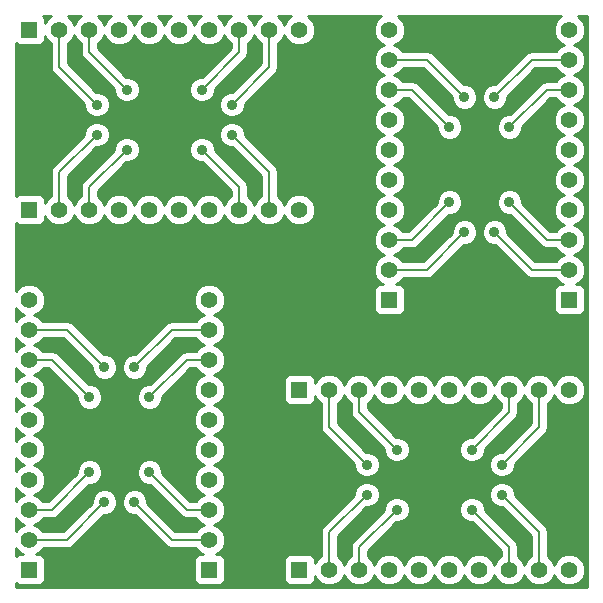
<source format=gbl>
G04 (created by PCBNEW-RS274X (2011-12-28 BZR 3254)-stable) date 2012. 03. 01. 13:20:44*
G01*
G70*
G90*
%MOIN*%
G04 Gerber Fmt 3.4, Leading zero omitted, Abs format*
%FSLAX34Y34*%
G04 APERTURE LIST*
%ADD10C,0.006000*%
%ADD11R,0.055000X0.055000*%
%ADD12C,0.055000*%
%ADD13C,0.035000*%
%ADD14C,0.008000*%
%ADD15C,0.010000*%
G04 APERTURE END LIST*
G54D10*
G54D11*
X05500Y-11500D03*
G54D12*
X06500Y-11500D03*
X07500Y-11500D03*
X08500Y-11500D03*
X09500Y-11500D03*
X10500Y-11500D03*
X11500Y-11500D03*
X12500Y-11500D03*
X13500Y-11500D03*
X14500Y-11500D03*
G54D11*
X05500Y-05500D03*
G54D12*
X06500Y-05500D03*
X07500Y-05500D03*
X08500Y-05500D03*
X09500Y-05500D03*
X10500Y-05500D03*
X11500Y-05500D03*
X12500Y-05500D03*
X13500Y-05500D03*
X14500Y-05500D03*
G54D11*
X23500Y-14500D03*
G54D12*
X23500Y-13500D03*
X23500Y-12500D03*
X23500Y-11500D03*
X23500Y-10500D03*
X23500Y-09500D03*
X23500Y-08500D03*
X23500Y-07500D03*
X23500Y-06500D03*
X23500Y-05500D03*
G54D11*
X17500Y-14500D03*
G54D12*
X17500Y-13500D03*
X17500Y-12500D03*
X17500Y-11500D03*
X17500Y-10500D03*
X17500Y-09500D03*
X17500Y-08500D03*
X17500Y-07500D03*
X17500Y-06500D03*
X17500Y-05500D03*
G54D11*
X11500Y-23500D03*
G54D12*
X11500Y-22500D03*
X11500Y-21500D03*
X11500Y-20500D03*
X11500Y-19500D03*
X11500Y-18500D03*
X11500Y-17500D03*
X11500Y-16500D03*
X11500Y-15500D03*
X11500Y-14500D03*
G54D11*
X05500Y-23500D03*
G54D12*
X05500Y-22500D03*
X05500Y-21500D03*
X05500Y-20500D03*
X05500Y-19500D03*
X05500Y-18500D03*
X05500Y-17500D03*
X05500Y-16500D03*
X05500Y-15500D03*
X05500Y-14500D03*
G54D11*
X14500Y-23500D03*
G54D12*
X15500Y-23500D03*
X16500Y-23500D03*
X17500Y-23500D03*
X18500Y-23500D03*
X19500Y-23500D03*
X20500Y-23500D03*
X21500Y-23500D03*
X22500Y-23500D03*
X23500Y-23500D03*
G54D11*
X14500Y-17500D03*
G54D12*
X15500Y-17500D03*
X16500Y-17500D03*
X17500Y-17500D03*
X18500Y-17500D03*
X19500Y-17500D03*
X20500Y-17500D03*
X21500Y-17500D03*
X22500Y-17500D03*
X23500Y-17500D03*
G54D13*
X21000Y-07750D03*
X20000Y-12250D03*
X19500Y-11250D03*
X19500Y-08750D03*
X20000Y-07750D03*
X21500Y-11250D03*
X21000Y-12250D03*
X21500Y-08750D03*
X07750Y-09000D03*
X08750Y-09500D03*
X11250Y-09500D03*
X12250Y-09000D03*
X12250Y-08000D03*
X11250Y-07500D03*
X08750Y-07500D03*
X07750Y-08000D03*
X09000Y-16750D03*
X08000Y-21250D03*
X07500Y-20250D03*
X07500Y-17750D03*
X08000Y-16750D03*
X09500Y-20250D03*
X09000Y-21250D03*
X09500Y-17750D03*
X16750Y-21000D03*
X17750Y-21500D03*
X20250Y-21500D03*
X21250Y-21000D03*
X21250Y-20000D03*
X20250Y-19500D03*
X17750Y-19500D03*
X16750Y-20000D03*
G54D14*
X22250Y-06500D02*
X23500Y-06500D01*
X21000Y-07750D02*
X22250Y-06500D01*
X20000Y-12250D02*
X18750Y-13500D01*
X18750Y-13500D02*
X17500Y-13500D01*
X18250Y-12500D02*
X17500Y-12500D01*
X19500Y-11250D02*
X18250Y-12500D01*
X18250Y-07500D02*
X17500Y-07500D01*
X19500Y-08750D02*
X18250Y-07500D01*
X20000Y-07750D02*
X18750Y-06500D01*
X18750Y-06500D02*
X17500Y-06500D01*
X21500Y-11250D02*
X22750Y-12500D01*
X22750Y-12500D02*
X23500Y-12500D01*
X21000Y-12250D02*
X22250Y-13500D01*
X22250Y-13500D02*
X23500Y-13500D01*
X22750Y-07500D02*
X23500Y-07500D01*
X21500Y-08750D02*
X22750Y-07500D01*
X07750Y-09000D02*
X06500Y-10250D01*
X06500Y-10250D02*
X06500Y-11500D01*
X08750Y-09500D02*
X07500Y-10750D01*
X07500Y-10750D02*
X07500Y-11500D01*
X12500Y-10750D02*
X12500Y-11500D01*
X11250Y-09500D02*
X12500Y-10750D01*
X13500Y-10250D02*
X13500Y-11500D01*
X12250Y-09000D02*
X13500Y-10250D01*
X12250Y-08000D02*
X13500Y-06750D01*
X13500Y-06750D02*
X13500Y-05500D01*
X12500Y-06250D02*
X12500Y-05500D01*
X11250Y-07500D02*
X12500Y-06250D01*
X08750Y-07500D02*
X07500Y-06250D01*
X07500Y-06250D02*
X07500Y-05500D01*
X06500Y-06750D02*
X06500Y-05500D01*
X07750Y-08000D02*
X06500Y-06750D01*
X10250Y-15500D02*
X11500Y-15500D01*
X09000Y-16750D02*
X10250Y-15500D01*
X06750Y-22500D02*
X05500Y-22500D01*
X08000Y-21250D02*
X06750Y-22500D01*
X07500Y-20250D02*
X06250Y-21500D01*
X06250Y-21500D02*
X05500Y-21500D01*
X06250Y-16500D02*
X05500Y-16500D01*
X07500Y-17750D02*
X06250Y-16500D01*
X06750Y-15500D02*
X05500Y-15500D01*
X08000Y-16750D02*
X06750Y-15500D01*
X10750Y-21500D02*
X11500Y-21500D01*
X09500Y-20250D02*
X10750Y-21500D01*
X10250Y-22500D02*
X11500Y-22500D01*
X09000Y-21250D02*
X10250Y-22500D01*
X09500Y-17750D02*
X10750Y-16500D01*
X10750Y-16500D02*
X11500Y-16500D01*
X15500Y-22250D02*
X15500Y-23500D01*
X16750Y-21000D02*
X15500Y-22250D01*
X17750Y-21500D02*
X16500Y-22750D01*
X16500Y-22750D02*
X16500Y-23500D01*
X21500Y-22750D02*
X21500Y-23500D01*
X20250Y-21500D02*
X21500Y-22750D01*
X22500Y-22250D02*
X22500Y-23500D01*
X21250Y-21000D02*
X22500Y-22250D01*
X21250Y-20000D02*
X22500Y-18750D01*
X22500Y-18750D02*
X22500Y-17500D01*
X21500Y-18250D02*
X21500Y-17500D01*
X20250Y-19500D02*
X21500Y-18250D01*
X16500Y-18250D02*
X16500Y-17500D01*
X17750Y-19500D02*
X16500Y-18250D01*
X15500Y-18750D02*
X15500Y-17500D01*
X16750Y-20000D02*
X15500Y-18750D01*
G54D10*
G36*
X05276Y-22976D02*
X05176Y-22976D01*
X05084Y-23014D01*
X05049Y-23049D01*
X05049Y-22782D01*
X05055Y-22797D01*
X05202Y-22945D01*
X05276Y-22976D01*
X05276Y-22976D01*
G37*
G54D15*
X05276Y-22976D02*
X05176Y-22976D01*
X05084Y-23014D01*
X05049Y-23049D01*
X05049Y-22782D01*
X05055Y-22797D01*
X05202Y-22945D01*
X05276Y-22976D01*
G54D10*
G36*
X05335Y-15000D02*
X05203Y-15055D01*
X05055Y-15202D01*
X05049Y-15216D01*
X05049Y-14782D01*
X05055Y-14797D01*
X05202Y-14945D01*
X05335Y-15000D01*
X05335Y-15000D01*
G37*
G54D15*
X05335Y-15000D02*
X05203Y-15055D01*
X05055Y-15202D01*
X05049Y-15216D01*
X05049Y-14782D01*
X05055Y-14797D01*
X05202Y-14945D01*
X05335Y-15000D01*
G54D10*
G36*
X05335Y-16000D02*
X05203Y-16055D01*
X05055Y-16202D01*
X05049Y-16216D01*
X05049Y-15782D01*
X05055Y-15797D01*
X05202Y-15945D01*
X05335Y-16000D01*
X05335Y-16000D01*
G37*
G54D15*
X05335Y-16000D02*
X05203Y-16055D01*
X05055Y-16202D01*
X05049Y-16216D01*
X05049Y-15782D01*
X05055Y-15797D01*
X05202Y-15945D01*
X05335Y-16000D01*
G54D10*
G36*
X05335Y-17000D02*
X05203Y-17055D01*
X05055Y-17202D01*
X05049Y-17216D01*
X05049Y-16782D01*
X05055Y-16797D01*
X05202Y-16945D01*
X05335Y-17000D01*
X05335Y-17000D01*
G37*
G54D15*
X05335Y-17000D02*
X05203Y-17055D01*
X05055Y-17202D01*
X05049Y-17216D01*
X05049Y-16782D01*
X05055Y-16797D01*
X05202Y-16945D01*
X05335Y-17000D01*
G54D10*
G36*
X05335Y-18000D02*
X05203Y-18055D01*
X05055Y-18202D01*
X05049Y-18216D01*
X05049Y-17782D01*
X05055Y-17797D01*
X05202Y-17945D01*
X05335Y-18000D01*
X05335Y-18000D01*
G37*
G54D15*
X05335Y-18000D02*
X05203Y-18055D01*
X05055Y-18202D01*
X05049Y-18216D01*
X05049Y-17782D01*
X05055Y-17797D01*
X05202Y-17945D01*
X05335Y-18000D01*
G54D10*
G36*
X05335Y-19000D02*
X05203Y-19055D01*
X05055Y-19202D01*
X05049Y-19216D01*
X05049Y-18782D01*
X05055Y-18797D01*
X05202Y-18945D01*
X05335Y-19000D01*
X05335Y-19000D01*
G37*
G54D15*
X05335Y-19000D02*
X05203Y-19055D01*
X05055Y-19202D01*
X05049Y-19216D01*
X05049Y-18782D01*
X05055Y-18797D01*
X05202Y-18945D01*
X05335Y-19000D01*
G54D10*
G36*
X05335Y-20000D02*
X05203Y-20055D01*
X05055Y-20202D01*
X05049Y-20216D01*
X05049Y-19782D01*
X05055Y-19797D01*
X05202Y-19945D01*
X05335Y-20000D01*
X05335Y-20000D01*
G37*
G54D15*
X05335Y-20000D02*
X05203Y-20055D01*
X05055Y-20202D01*
X05049Y-20216D01*
X05049Y-19782D01*
X05055Y-19797D01*
X05202Y-19945D01*
X05335Y-20000D01*
G54D10*
G36*
X05335Y-21000D02*
X05203Y-21055D01*
X05055Y-21202D01*
X05049Y-21216D01*
X05049Y-20782D01*
X05055Y-20797D01*
X05202Y-20945D01*
X05335Y-21000D01*
X05335Y-21000D01*
G37*
G54D15*
X05335Y-21000D02*
X05203Y-21055D01*
X05055Y-21202D01*
X05049Y-21216D01*
X05049Y-20782D01*
X05055Y-20797D01*
X05202Y-20945D01*
X05335Y-21000D01*
G54D10*
G36*
X05335Y-22000D02*
X05203Y-22055D01*
X05055Y-22202D01*
X05049Y-22216D01*
X05049Y-21782D01*
X05055Y-21797D01*
X05202Y-21945D01*
X05335Y-22000D01*
X05335Y-22000D01*
G37*
G54D15*
X05335Y-22000D02*
X05203Y-22055D01*
X05055Y-22202D01*
X05049Y-22216D01*
X05049Y-21782D01*
X05055Y-21797D01*
X05202Y-21945D01*
X05335Y-22000D01*
G54D10*
G36*
X06217Y-05049D02*
X06203Y-05055D01*
X06055Y-05202D01*
X06024Y-05276D01*
X06024Y-05176D01*
X05986Y-05084D01*
X05951Y-05049D01*
X06217Y-05049D01*
X06217Y-05049D01*
G37*
G54D15*
X06217Y-05049D02*
X06203Y-05055D01*
X06055Y-05202D01*
X06024Y-05276D01*
X06024Y-05176D01*
X05986Y-05084D01*
X05951Y-05049D01*
X06217Y-05049D01*
G54D10*
G36*
X07217Y-05049D02*
X07203Y-05055D01*
X07055Y-05202D01*
X06999Y-05335D01*
X06945Y-05203D01*
X06798Y-05055D01*
X06783Y-05049D01*
X07217Y-05049D01*
X07217Y-05049D01*
G37*
G54D15*
X07217Y-05049D02*
X07203Y-05055D01*
X07055Y-05202D01*
X06999Y-05335D01*
X06945Y-05203D01*
X06798Y-05055D01*
X06783Y-05049D01*
X07217Y-05049D01*
G54D10*
G36*
X08217Y-05049D02*
X08203Y-05055D01*
X08055Y-05202D01*
X07999Y-05335D01*
X07945Y-05203D01*
X07798Y-05055D01*
X07783Y-05049D01*
X08217Y-05049D01*
X08217Y-05049D01*
G37*
G54D15*
X08217Y-05049D02*
X08203Y-05055D01*
X08055Y-05202D01*
X07999Y-05335D01*
X07945Y-05203D01*
X07798Y-05055D01*
X07783Y-05049D01*
X08217Y-05049D01*
G54D10*
G36*
X09217Y-05049D02*
X09203Y-05055D01*
X09055Y-05202D01*
X08999Y-05335D01*
X08945Y-05203D01*
X08798Y-05055D01*
X08783Y-05049D01*
X09217Y-05049D01*
X09217Y-05049D01*
G37*
G54D15*
X09217Y-05049D02*
X09203Y-05055D01*
X09055Y-05202D01*
X08999Y-05335D01*
X08945Y-05203D01*
X08798Y-05055D01*
X08783Y-05049D01*
X09217Y-05049D01*
G54D10*
G36*
X10217Y-05049D02*
X10203Y-05055D01*
X10055Y-05202D01*
X09999Y-05335D01*
X09945Y-05203D01*
X09798Y-05055D01*
X09783Y-05049D01*
X10217Y-05049D01*
X10217Y-05049D01*
G37*
G54D15*
X10217Y-05049D02*
X10203Y-05055D01*
X10055Y-05202D01*
X09999Y-05335D01*
X09945Y-05203D01*
X09798Y-05055D01*
X09783Y-05049D01*
X10217Y-05049D01*
G54D10*
G36*
X11217Y-05049D02*
X11203Y-05055D01*
X11055Y-05202D01*
X10999Y-05335D01*
X10945Y-05203D01*
X10798Y-05055D01*
X10783Y-05049D01*
X11217Y-05049D01*
X11217Y-05049D01*
G37*
G54D15*
X11217Y-05049D02*
X11203Y-05055D01*
X11055Y-05202D01*
X10999Y-05335D01*
X10945Y-05203D01*
X10798Y-05055D01*
X10783Y-05049D01*
X11217Y-05049D01*
G54D10*
G36*
X12217Y-05049D02*
X12203Y-05055D01*
X12055Y-05202D01*
X11999Y-05335D01*
X11945Y-05203D01*
X11798Y-05055D01*
X11783Y-05049D01*
X12217Y-05049D01*
X12217Y-05049D01*
G37*
G54D15*
X12217Y-05049D02*
X12203Y-05055D01*
X12055Y-05202D01*
X11999Y-05335D01*
X11945Y-05203D01*
X11798Y-05055D01*
X11783Y-05049D01*
X12217Y-05049D01*
G54D10*
G36*
X13217Y-05049D02*
X13203Y-05055D01*
X13055Y-05202D01*
X12999Y-05335D01*
X12945Y-05203D01*
X12798Y-05055D01*
X12783Y-05049D01*
X13217Y-05049D01*
X13217Y-05049D01*
G37*
G54D15*
X13217Y-05049D02*
X13203Y-05055D01*
X13055Y-05202D01*
X12999Y-05335D01*
X12945Y-05203D01*
X12798Y-05055D01*
X12783Y-05049D01*
X13217Y-05049D01*
G54D10*
G36*
X14217Y-05049D02*
X14203Y-05055D01*
X14055Y-05202D01*
X13999Y-05335D01*
X13945Y-05203D01*
X13798Y-05055D01*
X13783Y-05049D01*
X14217Y-05049D01*
X14217Y-05049D01*
G37*
G54D15*
X14217Y-05049D02*
X14203Y-05055D01*
X14055Y-05202D01*
X13999Y-05335D01*
X13945Y-05203D01*
X13798Y-05055D01*
X13783Y-05049D01*
X14217Y-05049D01*
G54D10*
G36*
X24084Y-24084D02*
X24025Y-24084D01*
X24025Y-23605D01*
X24025Y-23396D01*
X24025Y-17605D01*
X24025Y-17396D01*
X23945Y-17203D01*
X23798Y-17055D01*
X23605Y-16975D01*
X23396Y-16975D01*
X23203Y-17055D01*
X23055Y-17202D01*
X22999Y-17335D01*
X22945Y-17203D01*
X22798Y-17055D01*
X22605Y-16975D01*
X22396Y-16975D01*
X22203Y-17055D01*
X22055Y-17202D01*
X21999Y-17335D01*
X21945Y-17203D01*
X21798Y-17055D01*
X21605Y-16975D01*
X21396Y-16975D01*
X21203Y-17055D01*
X21055Y-17202D01*
X20999Y-17335D01*
X20945Y-17203D01*
X20798Y-17055D01*
X20605Y-16975D01*
X20396Y-16975D01*
X20203Y-17055D01*
X20055Y-17202D01*
X19999Y-17335D01*
X19945Y-17203D01*
X19798Y-17055D01*
X19605Y-16975D01*
X19396Y-16975D01*
X19203Y-17055D01*
X19055Y-17202D01*
X18999Y-17335D01*
X18945Y-17203D01*
X18798Y-17055D01*
X18605Y-16975D01*
X18396Y-16975D01*
X18203Y-17055D01*
X18055Y-17202D01*
X17999Y-17335D01*
X17945Y-17203D01*
X17798Y-17055D01*
X17605Y-16975D01*
X17396Y-16975D01*
X17203Y-17055D01*
X17055Y-17202D01*
X16999Y-17335D01*
X16945Y-17203D01*
X16798Y-17055D01*
X16605Y-16975D01*
X16396Y-16975D01*
X16203Y-17055D01*
X16055Y-17202D01*
X15999Y-17335D01*
X15945Y-17203D01*
X15798Y-17055D01*
X15605Y-16975D01*
X15396Y-16975D01*
X15203Y-17055D01*
X15055Y-17202D01*
X15024Y-17276D01*
X15024Y-17176D01*
X14986Y-17084D01*
X14916Y-17014D01*
X14825Y-16976D01*
X14726Y-16976D01*
X14176Y-16976D01*
X14084Y-17014D01*
X14014Y-17084D01*
X13976Y-17175D01*
X13976Y-17274D01*
X13976Y-17824D01*
X14014Y-17916D01*
X14084Y-17986D01*
X14175Y-18024D01*
X14274Y-18024D01*
X14824Y-18024D01*
X14916Y-17986D01*
X14986Y-17916D01*
X15024Y-17825D01*
X15024Y-17726D01*
X15024Y-17722D01*
X15055Y-17797D01*
X15202Y-17945D01*
X15210Y-17948D01*
X15210Y-18750D01*
X15232Y-18861D01*
X15295Y-18955D01*
X16325Y-19985D01*
X16325Y-20084D01*
X16389Y-20240D01*
X16509Y-20360D01*
X16665Y-20425D01*
X16834Y-20425D01*
X16990Y-20361D01*
X17110Y-20241D01*
X17175Y-20085D01*
X17175Y-19916D01*
X17111Y-19760D01*
X16991Y-19640D01*
X16835Y-19575D01*
X16735Y-19575D01*
X15790Y-18629D01*
X15790Y-17947D01*
X15797Y-17945D01*
X15945Y-17798D01*
X16000Y-17664D01*
X16055Y-17797D01*
X16202Y-17945D01*
X16210Y-17948D01*
X16210Y-18250D01*
X16232Y-18361D01*
X16295Y-18455D01*
X17325Y-19485D01*
X17325Y-19584D01*
X17389Y-19740D01*
X17509Y-19860D01*
X17665Y-19925D01*
X17834Y-19925D01*
X17990Y-19861D01*
X18110Y-19741D01*
X18175Y-19585D01*
X18175Y-19416D01*
X18111Y-19260D01*
X17991Y-19140D01*
X17835Y-19075D01*
X17735Y-19075D01*
X16790Y-18129D01*
X16790Y-17947D01*
X16797Y-17945D01*
X16945Y-17798D01*
X17000Y-17664D01*
X17055Y-17797D01*
X17202Y-17945D01*
X17395Y-18025D01*
X17604Y-18025D01*
X17797Y-17945D01*
X17945Y-17798D01*
X18000Y-17664D01*
X18055Y-17797D01*
X18202Y-17945D01*
X18395Y-18025D01*
X18604Y-18025D01*
X18797Y-17945D01*
X18945Y-17798D01*
X19000Y-17664D01*
X19055Y-17797D01*
X19202Y-17945D01*
X19395Y-18025D01*
X19604Y-18025D01*
X19797Y-17945D01*
X19945Y-17798D01*
X20000Y-17664D01*
X20055Y-17797D01*
X20202Y-17945D01*
X20395Y-18025D01*
X20604Y-18025D01*
X20797Y-17945D01*
X20945Y-17798D01*
X21000Y-17664D01*
X21055Y-17797D01*
X21202Y-17945D01*
X21210Y-17948D01*
X21210Y-18129D01*
X20264Y-19075D01*
X20166Y-19075D01*
X20010Y-19139D01*
X19890Y-19259D01*
X19825Y-19415D01*
X19825Y-19584D01*
X19889Y-19740D01*
X20009Y-19860D01*
X20165Y-19925D01*
X20334Y-19925D01*
X20490Y-19861D01*
X20610Y-19741D01*
X20675Y-19585D01*
X20675Y-19485D01*
X21705Y-18456D01*
X21705Y-18455D01*
X21746Y-18393D01*
X21767Y-18362D01*
X21768Y-18361D01*
X21789Y-18251D01*
X21790Y-18250D01*
X21790Y-17947D01*
X21797Y-17945D01*
X21945Y-17798D01*
X22000Y-17664D01*
X22055Y-17797D01*
X22202Y-17945D01*
X22210Y-17948D01*
X22210Y-18629D01*
X21264Y-19575D01*
X21166Y-19575D01*
X21010Y-19639D01*
X20890Y-19759D01*
X20825Y-19915D01*
X20825Y-20084D01*
X20889Y-20240D01*
X21009Y-20360D01*
X21165Y-20425D01*
X21334Y-20425D01*
X21490Y-20361D01*
X21610Y-20241D01*
X21675Y-20085D01*
X21675Y-19985D01*
X22705Y-18956D01*
X22705Y-18955D01*
X22746Y-18893D01*
X22767Y-18862D01*
X22768Y-18861D01*
X22789Y-18751D01*
X22790Y-18750D01*
X22790Y-17947D01*
X22797Y-17945D01*
X22945Y-17798D01*
X23000Y-17664D01*
X23055Y-17797D01*
X23202Y-17945D01*
X23395Y-18025D01*
X23604Y-18025D01*
X23797Y-17945D01*
X23945Y-17798D01*
X24025Y-17605D01*
X24025Y-23396D01*
X23945Y-23203D01*
X23798Y-23055D01*
X23605Y-22975D01*
X23396Y-22975D01*
X23203Y-23055D01*
X23055Y-23202D01*
X22999Y-23335D01*
X22945Y-23203D01*
X22798Y-23055D01*
X22790Y-23051D01*
X22790Y-22250D01*
X22789Y-22249D01*
X22768Y-22139D01*
X22767Y-22138D01*
X22746Y-22107D01*
X22705Y-22045D01*
X22705Y-22044D01*
X21675Y-21014D01*
X21675Y-20916D01*
X21611Y-20760D01*
X21491Y-20640D01*
X21335Y-20575D01*
X21166Y-20575D01*
X21010Y-20639D01*
X20890Y-20759D01*
X20825Y-20915D01*
X20825Y-21084D01*
X20889Y-21240D01*
X21009Y-21360D01*
X21165Y-21425D01*
X21264Y-21425D01*
X22210Y-22370D01*
X22210Y-23052D01*
X22203Y-23055D01*
X22055Y-23202D01*
X21999Y-23335D01*
X21945Y-23203D01*
X21798Y-23055D01*
X21790Y-23051D01*
X21790Y-22750D01*
X21789Y-22749D01*
X21768Y-22639D01*
X21767Y-22638D01*
X21746Y-22607D01*
X21705Y-22545D01*
X21705Y-22544D01*
X20675Y-21514D01*
X20675Y-21416D01*
X20611Y-21260D01*
X20491Y-21140D01*
X20335Y-21075D01*
X20166Y-21075D01*
X20010Y-21139D01*
X19890Y-21259D01*
X19825Y-21415D01*
X19825Y-21584D01*
X19889Y-21740D01*
X20009Y-21860D01*
X20165Y-21925D01*
X20264Y-21925D01*
X21210Y-22870D01*
X21210Y-23052D01*
X21203Y-23055D01*
X21055Y-23202D01*
X20999Y-23335D01*
X20945Y-23203D01*
X20798Y-23055D01*
X20605Y-22975D01*
X20396Y-22975D01*
X20203Y-23055D01*
X20055Y-23202D01*
X19999Y-23335D01*
X19945Y-23203D01*
X19798Y-23055D01*
X19605Y-22975D01*
X19396Y-22975D01*
X19203Y-23055D01*
X19055Y-23202D01*
X18999Y-23335D01*
X18945Y-23203D01*
X18798Y-23055D01*
X18605Y-22975D01*
X18396Y-22975D01*
X18203Y-23055D01*
X18055Y-23202D01*
X17999Y-23335D01*
X17945Y-23203D01*
X17798Y-23055D01*
X17605Y-22975D01*
X17396Y-22975D01*
X17203Y-23055D01*
X17055Y-23202D01*
X16999Y-23335D01*
X16945Y-23203D01*
X16798Y-23055D01*
X16790Y-23051D01*
X16790Y-22870D01*
X17735Y-21925D01*
X17834Y-21925D01*
X17990Y-21861D01*
X18110Y-21741D01*
X18175Y-21585D01*
X18175Y-21416D01*
X18111Y-21260D01*
X17991Y-21140D01*
X17835Y-21075D01*
X17666Y-21075D01*
X17510Y-21139D01*
X17390Y-21259D01*
X17325Y-21415D01*
X17325Y-21514D01*
X16295Y-22545D01*
X16232Y-22639D01*
X16210Y-22750D01*
X16210Y-23052D01*
X16203Y-23055D01*
X16055Y-23202D01*
X15999Y-23335D01*
X15945Y-23203D01*
X15798Y-23055D01*
X15790Y-23051D01*
X15790Y-22370D01*
X16735Y-21425D01*
X16834Y-21425D01*
X16990Y-21361D01*
X17110Y-21241D01*
X17175Y-21085D01*
X17175Y-20916D01*
X17111Y-20760D01*
X16991Y-20640D01*
X16835Y-20575D01*
X16666Y-20575D01*
X16510Y-20639D01*
X16390Y-20759D01*
X16325Y-20915D01*
X16325Y-21014D01*
X15295Y-22045D01*
X15232Y-22139D01*
X15210Y-22250D01*
X15210Y-23052D01*
X15203Y-23055D01*
X15055Y-23202D01*
X15024Y-23276D01*
X15024Y-23176D01*
X14986Y-23084D01*
X14916Y-23014D01*
X14825Y-22976D01*
X14726Y-22976D01*
X14176Y-22976D01*
X14084Y-23014D01*
X14014Y-23084D01*
X13976Y-23175D01*
X13976Y-23274D01*
X13976Y-23824D01*
X14014Y-23916D01*
X14084Y-23986D01*
X14175Y-24024D01*
X14274Y-24024D01*
X14824Y-24024D01*
X14916Y-23986D01*
X14986Y-23916D01*
X15024Y-23825D01*
X15024Y-23726D01*
X15024Y-23722D01*
X15055Y-23797D01*
X15202Y-23945D01*
X15395Y-24025D01*
X15604Y-24025D01*
X15797Y-23945D01*
X15945Y-23798D01*
X16000Y-23664D01*
X16055Y-23797D01*
X16202Y-23945D01*
X16395Y-24025D01*
X16604Y-24025D01*
X16797Y-23945D01*
X16945Y-23798D01*
X17000Y-23664D01*
X17055Y-23797D01*
X17202Y-23945D01*
X17395Y-24025D01*
X17604Y-24025D01*
X17797Y-23945D01*
X17945Y-23798D01*
X18000Y-23664D01*
X18055Y-23797D01*
X18202Y-23945D01*
X18395Y-24025D01*
X18604Y-24025D01*
X18797Y-23945D01*
X18945Y-23798D01*
X19000Y-23664D01*
X19055Y-23797D01*
X19202Y-23945D01*
X19395Y-24025D01*
X19604Y-24025D01*
X19797Y-23945D01*
X19945Y-23798D01*
X20000Y-23664D01*
X20055Y-23797D01*
X20202Y-23945D01*
X20395Y-24025D01*
X20604Y-24025D01*
X20797Y-23945D01*
X20945Y-23798D01*
X21000Y-23664D01*
X21055Y-23797D01*
X21202Y-23945D01*
X21395Y-24025D01*
X21604Y-24025D01*
X21797Y-23945D01*
X21945Y-23798D01*
X22000Y-23664D01*
X22055Y-23797D01*
X22202Y-23945D01*
X22395Y-24025D01*
X22604Y-24025D01*
X22797Y-23945D01*
X22945Y-23798D01*
X23000Y-23664D01*
X23055Y-23797D01*
X23202Y-23945D01*
X23395Y-24025D01*
X23604Y-24025D01*
X23797Y-23945D01*
X23945Y-23798D01*
X24025Y-23605D01*
X24025Y-24084D01*
X12025Y-24084D01*
X12025Y-22605D01*
X12025Y-22396D01*
X11945Y-22203D01*
X11798Y-22055D01*
X11664Y-21999D01*
X11797Y-21945D01*
X11945Y-21798D01*
X12025Y-21605D01*
X12025Y-21396D01*
X11945Y-21203D01*
X11798Y-21055D01*
X11664Y-20999D01*
X11797Y-20945D01*
X11945Y-20798D01*
X12025Y-20605D01*
X12025Y-20396D01*
X11945Y-20203D01*
X11798Y-20055D01*
X11664Y-19999D01*
X11797Y-19945D01*
X11945Y-19798D01*
X12025Y-19605D01*
X12025Y-19396D01*
X11945Y-19203D01*
X11798Y-19055D01*
X11664Y-18999D01*
X11797Y-18945D01*
X11945Y-18798D01*
X12025Y-18605D01*
X12025Y-18396D01*
X11945Y-18203D01*
X11798Y-18055D01*
X11664Y-17999D01*
X11797Y-17945D01*
X11945Y-17798D01*
X12025Y-17605D01*
X12025Y-17396D01*
X11945Y-17203D01*
X11798Y-17055D01*
X11664Y-16999D01*
X11797Y-16945D01*
X11945Y-16798D01*
X12025Y-16605D01*
X12025Y-16396D01*
X11945Y-16203D01*
X11798Y-16055D01*
X11664Y-15999D01*
X11797Y-15945D01*
X11945Y-15798D01*
X12025Y-15605D01*
X12025Y-15396D01*
X11945Y-15203D01*
X11798Y-15055D01*
X11664Y-14999D01*
X11797Y-14945D01*
X11945Y-14798D01*
X12025Y-14605D01*
X12025Y-14396D01*
X11945Y-14203D01*
X11798Y-14055D01*
X11605Y-13975D01*
X11396Y-13975D01*
X11203Y-14055D01*
X11055Y-14202D01*
X10975Y-14395D01*
X10975Y-14604D01*
X11055Y-14797D01*
X11202Y-14945D01*
X11335Y-15000D01*
X11203Y-15055D01*
X11055Y-15202D01*
X11051Y-15210D01*
X10250Y-15210D01*
X10139Y-15232D01*
X10107Y-15253D01*
X10044Y-15295D01*
X09014Y-16325D01*
X08916Y-16325D01*
X08760Y-16389D01*
X08640Y-16509D01*
X08575Y-16665D01*
X08575Y-16834D01*
X08639Y-16990D01*
X08759Y-17110D01*
X08915Y-17175D01*
X09084Y-17175D01*
X09240Y-17111D01*
X09360Y-16991D01*
X09425Y-16835D01*
X09425Y-16735D01*
X10370Y-15790D01*
X11052Y-15790D01*
X11055Y-15797D01*
X11202Y-15945D01*
X11335Y-16000D01*
X11203Y-16055D01*
X11055Y-16202D01*
X11051Y-16210D01*
X10750Y-16210D01*
X10639Y-16232D01*
X10607Y-16253D01*
X10544Y-16295D01*
X09514Y-17325D01*
X09416Y-17325D01*
X09260Y-17389D01*
X09140Y-17509D01*
X09075Y-17665D01*
X09075Y-17834D01*
X09139Y-17990D01*
X09259Y-18110D01*
X09415Y-18175D01*
X09584Y-18175D01*
X09740Y-18111D01*
X09860Y-17991D01*
X09925Y-17835D01*
X09925Y-17735D01*
X10870Y-16790D01*
X11052Y-16790D01*
X11055Y-16797D01*
X11202Y-16945D01*
X11335Y-17000D01*
X11203Y-17055D01*
X11055Y-17202D01*
X10975Y-17395D01*
X10975Y-17604D01*
X11055Y-17797D01*
X11202Y-17945D01*
X11335Y-18000D01*
X11203Y-18055D01*
X11055Y-18202D01*
X10975Y-18395D01*
X10975Y-18604D01*
X11055Y-18797D01*
X11202Y-18945D01*
X11335Y-19000D01*
X11203Y-19055D01*
X11055Y-19202D01*
X10975Y-19395D01*
X10975Y-19604D01*
X11055Y-19797D01*
X11202Y-19945D01*
X11335Y-20000D01*
X11203Y-20055D01*
X11055Y-20202D01*
X10975Y-20395D01*
X10975Y-20604D01*
X11055Y-20797D01*
X11202Y-20945D01*
X11335Y-21000D01*
X11203Y-21055D01*
X11055Y-21202D01*
X11051Y-21210D01*
X10870Y-21210D01*
X09925Y-20264D01*
X09925Y-20166D01*
X09861Y-20010D01*
X09741Y-19890D01*
X09585Y-19825D01*
X09416Y-19825D01*
X09260Y-19889D01*
X09140Y-20009D01*
X09075Y-20165D01*
X09075Y-20334D01*
X09139Y-20490D01*
X09259Y-20610D01*
X09415Y-20675D01*
X09514Y-20675D01*
X10544Y-21705D01*
X10545Y-21705D01*
X10607Y-21746D01*
X10638Y-21767D01*
X10639Y-21768D01*
X10749Y-21789D01*
X10750Y-21790D01*
X11052Y-21790D01*
X11055Y-21797D01*
X11202Y-21945D01*
X11335Y-22000D01*
X11203Y-22055D01*
X11055Y-22202D01*
X11051Y-22210D01*
X10370Y-22210D01*
X09425Y-21264D01*
X09425Y-21166D01*
X09361Y-21010D01*
X09241Y-20890D01*
X09085Y-20825D01*
X08916Y-20825D01*
X08760Y-20889D01*
X08640Y-21009D01*
X08575Y-21165D01*
X08575Y-21334D01*
X08639Y-21490D01*
X08759Y-21610D01*
X08915Y-21675D01*
X09014Y-21675D01*
X10044Y-22705D01*
X10045Y-22705D01*
X10107Y-22746D01*
X10138Y-22767D01*
X10139Y-22768D01*
X10249Y-22789D01*
X10250Y-22790D01*
X11052Y-22790D01*
X11055Y-22797D01*
X11202Y-22945D01*
X11276Y-22976D01*
X11176Y-22976D01*
X11084Y-23014D01*
X11014Y-23084D01*
X10976Y-23175D01*
X10976Y-23274D01*
X10976Y-23824D01*
X11014Y-23916D01*
X11084Y-23986D01*
X11175Y-24024D01*
X11274Y-24024D01*
X11824Y-24024D01*
X11916Y-23986D01*
X11986Y-23916D01*
X12024Y-23825D01*
X12024Y-23726D01*
X12024Y-23176D01*
X11986Y-23084D01*
X11916Y-23014D01*
X11825Y-22976D01*
X11726Y-22976D01*
X11722Y-22976D01*
X11797Y-22945D01*
X11945Y-22798D01*
X12025Y-22605D01*
X12025Y-24084D01*
X05049Y-24084D01*
X05049Y-23951D01*
X05084Y-23986D01*
X05175Y-24024D01*
X05274Y-24024D01*
X05824Y-24024D01*
X05916Y-23986D01*
X05986Y-23916D01*
X06024Y-23825D01*
X06024Y-23726D01*
X06024Y-23176D01*
X05986Y-23084D01*
X05916Y-23014D01*
X05825Y-22976D01*
X05726Y-22976D01*
X05722Y-22976D01*
X05797Y-22945D01*
X05945Y-22798D01*
X05948Y-22790D01*
X06750Y-22790D01*
X06861Y-22768D01*
X06955Y-22705D01*
X07985Y-21675D01*
X08084Y-21675D01*
X08240Y-21611D01*
X08360Y-21491D01*
X08425Y-21335D01*
X08425Y-21166D01*
X08361Y-21010D01*
X08241Y-20890D01*
X08085Y-20825D01*
X07916Y-20825D01*
X07760Y-20889D01*
X07640Y-21009D01*
X07575Y-21165D01*
X07575Y-21264D01*
X06629Y-22210D01*
X05947Y-22210D01*
X05945Y-22203D01*
X05798Y-22055D01*
X05664Y-21999D01*
X05797Y-21945D01*
X05945Y-21798D01*
X05948Y-21790D01*
X06250Y-21790D01*
X06361Y-21768D01*
X06455Y-21705D01*
X07485Y-20675D01*
X07584Y-20675D01*
X07740Y-20611D01*
X07860Y-20491D01*
X07925Y-20335D01*
X07925Y-20166D01*
X07861Y-20010D01*
X07741Y-19890D01*
X07585Y-19825D01*
X07416Y-19825D01*
X07260Y-19889D01*
X07140Y-20009D01*
X07075Y-20165D01*
X07075Y-20264D01*
X06129Y-21210D01*
X05947Y-21210D01*
X05945Y-21203D01*
X05798Y-21055D01*
X05664Y-20999D01*
X05797Y-20945D01*
X05945Y-20798D01*
X06025Y-20605D01*
X06025Y-20396D01*
X05945Y-20203D01*
X05798Y-20055D01*
X05664Y-19999D01*
X05797Y-19945D01*
X05945Y-19798D01*
X06025Y-19605D01*
X06025Y-19396D01*
X05945Y-19203D01*
X05798Y-19055D01*
X05664Y-18999D01*
X05797Y-18945D01*
X05945Y-18798D01*
X06025Y-18605D01*
X06025Y-18396D01*
X05945Y-18203D01*
X05798Y-18055D01*
X05664Y-17999D01*
X05797Y-17945D01*
X05945Y-17798D01*
X06025Y-17605D01*
X06025Y-17396D01*
X05945Y-17203D01*
X05798Y-17055D01*
X05664Y-16999D01*
X05797Y-16945D01*
X05945Y-16798D01*
X05948Y-16790D01*
X06129Y-16790D01*
X07075Y-17735D01*
X07075Y-17834D01*
X07139Y-17990D01*
X07259Y-18110D01*
X07415Y-18175D01*
X07584Y-18175D01*
X07740Y-18111D01*
X07860Y-17991D01*
X07925Y-17835D01*
X07925Y-17666D01*
X07861Y-17510D01*
X07741Y-17390D01*
X07585Y-17325D01*
X07485Y-17325D01*
X06455Y-16295D01*
X06361Y-16232D01*
X06250Y-16210D01*
X05947Y-16210D01*
X05945Y-16203D01*
X05798Y-16055D01*
X05664Y-15999D01*
X05797Y-15945D01*
X05945Y-15798D01*
X05948Y-15790D01*
X06629Y-15790D01*
X07575Y-16735D01*
X07575Y-16834D01*
X07639Y-16990D01*
X07759Y-17110D01*
X07915Y-17175D01*
X08084Y-17175D01*
X08240Y-17111D01*
X08360Y-16991D01*
X08425Y-16835D01*
X08425Y-16666D01*
X08361Y-16510D01*
X08241Y-16390D01*
X08085Y-16325D01*
X07985Y-16325D01*
X06955Y-15295D01*
X06861Y-15232D01*
X06750Y-15210D01*
X05947Y-15210D01*
X05945Y-15203D01*
X05798Y-15055D01*
X05664Y-14999D01*
X05797Y-14945D01*
X05945Y-14798D01*
X06025Y-14605D01*
X06025Y-14396D01*
X05945Y-14203D01*
X05798Y-14055D01*
X05605Y-13975D01*
X05396Y-13975D01*
X05203Y-14055D01*
X05055Y-14202D01*
X05049Y-14216D01*
X05049Y-11951D01*
X05084Y-11986D01*
X05175Y-12024D01*
X05274Y-12024D01*
X05824Y-12024D01*
X05916Y-11986D01*
X05986Y-11916D01*
X06024Y-11825D01*
X06024Y-11726D01*
X06024Y-11722D01*
X06055Y-11797D01*
X06202Y-11945D01*
X06395Y-12025D01*
X06604Y-12025D01*
X06797Y-11945D01*
X06945Y-11798D01*
X07000Y-11664D01*
X07055Y-11797D01*
X07202Y-11945D01*
X07395Y-12025D01*
X07604Y-12025D01*
X07797Y-11945D01*
X07945Y-11798D01*
X08000Y-11664D01*
X08055Y-11797D01*
X08202Y-11945D01*
X08395Y-12025D01*
X08604Y-12025D01*
X08797Y-11945D01*
X08945Y-11798D01*
X09000Y-11664D01*
X09055Y-11797D01*
X09202Y-11945D01*
X09395Y-12025D01*
X09604Y-12025D01*
X09797Y-11945D01*
X09945Y-11798D01*
X10000Y-11664D01*
X10055Y-11797D01*
X10202Y-11945D01*
X10395Y-12025D01*
X10604Y-12025D01*
X10797Y-11945D01*
X10945Y-11798D01*
X11000Y-11664D01*
X11055Y-11797D01*
X11202Y-11945D01*
X11395Y-12025D01*
X11604Y-12025D01*
X11797Y-11945D01*
X11945Y-11798D01*
X12000Y-11664D01*
X12055Y-11797D01*
X12202Y-11945D01*
X12395Y-12025D01*
X12604Y-12025D01*
X12797Y-11945D01*
X12945Y-11798D01*
X13000Y-11664D01*
X13055Y-11797D01*
X13202Y-11945D01*
X13395Y-12025D01*
X13604Y-12025D01*
X13797Y-11945D01*
X13945Y-11798D01*
X14000Y-11664D01*
X14055Y-11797D01*
X14202Y-11945D01*
X14395Y-12025D01*
X14604Y-12025D01*
X14797Y-11945D01*
X14945Y-11798D01*
X15025Y-11605D01*
X15025Y-11396D01*
X14945Y-11203D01*
X14798Y-11055D01*
X14605Y-10975D01*
X14396Y-10975D01*
X14203Y-11055D01*
X14055Y-11202D01*
X13999Y-11335D01*
X13945Y-11203D01*
X13798Y-11055D01*
X13790Y-11051D01*
X13790Y-10250D01*
X13789Y-10249D01*
X13768Y-10139D01*
X13767Y-10138D01*
X13746Y-10107D01*
X13705Y-10045D01*
X13705Y-10044D01*
X12675Y-09014D01*
X12675Y-08916D01*
X12611Y-08760D01*
X12491Y-08640D01*
X12335Y-08575D01*
X12166Y-08575D01*
X12010Y-08639D01*
X11890Y-08759D01*
X11825Y-08915D01*
X11825Y-09084D01*
X11889Y-09240D01*
X12009Y-09360D01*
X12165Y-09425D01*
X12264Y-09425D01*
X13210Y-10370D01*
X13210Y-11052D01*
X13203Y-11055D01*
X13055Y-11202D01*
X12999Y-11335D01*
X12945Y-11203D01*
X12798Y-11055D01*
X12790Y-11051D01*
X12790Y-10750D01*
X12789Y-10749D01*
X12768Y-10639D01*
X12767Y-10638D01*
X12746Y-10607D01*
X12705Y-10545D01*
X12705Y-10544D01*
X11675Y-09514D01*
X11675Y-09416D01*
X11611Y-09260D01*
X11491Y-09140D01*
X11335Y-09075D01*
X11166Y-09075D01*
X11010Y-09139D01*
X10890Y-09259D01*
X10825Y-09415D01*
X10825Y-09584D01*
X10889Y-09740D01*
X11009Y-09860D01*
X11165Y-09925D01*
X11264Y-09925D01*
X12210Y-10870D01*
X12210Y-11052D01*
X12203Y-11055D01*
X12055Y-11202D01*
X11999Y-11335D01*
X11945Y-11203D01*
X11798Y-11055D01*
X11605Y-10975D01*
X11396Y-10975D01*
X11203Y-11055D01*
X11055Y-11202D01*
X10999Y-11335D01*
X10945Y-11203D01*
X10798Y-11055D01*
X10605Y-10975D01*
X10396Y-10975D01*
X10203Y-11055D01*
X10055Y-11202D01*
X09999Y-11335D01*
X09945Y-11203D01*
X09798Y-11055D01*
X09605Y-10975D01*
X09396Y-10975D01*
X09203Y-11055D01*
X09055Y-11202D01*
X08999Y-11335D01*
X08945Y-11203D01*
X08798Y-11055D01*
X08605Y-10975D01*
X08396Y-10975D01*
X08203Y-11055D01*
X08055Y-11202D01*
X07999Y-11335D01*
X07945Y-11203D01*
X07798Y-11055D01*
X07790Y-11051D01*
X07790Y-10870D01*
X08735Y-09925D01*
X08834Y-09925D01*
X08990Y-09861D01*
X09110Y-09741D01*
X09175Y-09585D01*
X09175Y-09416D01*
X09111Y-09260D01*
X08991Y-09140D01*
X08835Y-09075D01*
X08666Y-09075D01*
X08510Y-09139D01*
X08390Y-09259D01*
X08325Y-09415D01*
X08325Y-09514D01*
X07295Y-10545D01*
X07232Y-10639D01*
X07210Y-10750D01*
X07210Y-11052D01*
X07203Y-11055D01*
X07055Y-11202D01*
X06999Y-11335D01*
X06945Y-11203D01*
X06798Y-11055D01*
X06790Y-11051D01*
X06790Y-10370D01*
X07735Y-09425D01*
X07834Y-09425D01*
X07990Y-09361D01*
X08110Y-09241D01*
X08175Y-09085D01*
X08175Y-08916D01*
X08111Y-08760D01*
X07991Y-08640D01*
X07835Y-08575D01*
X07666Y-08575D01*
X07510Y-08639D01*
X07390Y-08759D01*
X07325Y-08915D01*
X07325Y-09014D01*
X06295Y-10045D01*
X06232Y-10139D01*
X06210Y-10250D01*
X06210Y-11052D01*
X06203Y-11055D01*
X06055Y-11202D01*
X06024Y-11276D01*
X06024Y-11176D01*
X05986Y-11084D01*
X05916Y-11014D01*
X05825Y-10976D01*
X05726Y-10976D01*
X05176Y-10976D01*
X05084Y-11014D01*
X05049Y-11049D01*
X05049Y-05951D01*
X05084Y-05986D01*
X05175Y-06024D01*
X05274Y-06024D01*
X05824Y-06024D01*
X05916Y-05986D01*
X05986Y-05916D01*
X06024Y-05825D01*
X06024Y-05726D01*
X06024Y-05722D01*
X06055Y-05797D01*
X06202Y-05945D01*
X06210Y-05948D01*
X06210Y-06750D01*
X06232Y-06861D01*
X06295Y-06955D01*
X07325Y-07985D01*
X07325Y-08084D01*
X07389Y-08240D01*
X07509Y-08360D01*
X07665Y-08425D01*
X07834Y-08425D01*
X07990Y-08361D01*
X08110Y-08241D01*
X08175Y-08085D01*
X08175Y-07916D01*
X08111Y-07760D01*
X07991Y-07640D01*
X07835Y-07575D01*
X07735Y-07575D01*
X06790Y-06629D01*
X06790Y-05947D01*
X06797Y-05945D01*
X06945Y-05798D01*
X07000Y-05664D01*
X07055Y-05797D01*
X07202Y-05945D01*
X07210Y-05948D01*
X07210Y-06250D01*
X07232Y-06361D01*
X07295Y-06455D01*
X08325Y-07485D01*
X08325Y-07584D01*
X08389Y-07740D01*
X08509Y-07860D01*
X08665Y-07925D01*
X08834Y-07925D01*
X08990Y-07861D01*
X09110Y-07741D01*
X09175Y-07585D01*
X09175Y-07416D01*
X09111Y-07260D01*
X08991Y-07140D01*
X08835Y-07075D01*
X08735Y-07075D01*
X07790Y-06129D01*
X07790Y-05947D01*
X07797Y-05945D01*
X07945Y-05798D01*
X08000Y-05664D01*
X08055Y-05797D01*
X08202Y-05945D01*
X08395Y-06025D01*
X08604Y-06025D01*
X08797Y-05945D01*
X08945Y-05798D01*
X09000Y-05664D01*
X09055Y-05797D01*
X09202Y-05945D01*
X09395Y-06025D01*
X09604Y-06025D01*
X09797Y-05945D01*
X09945Y-05798D01*
X10000Y-05664D01*
X10055Y-05797D01*
X10202Y-05945D01*
X10395Y-06025D01*
X10604Y-06025D01*
X10797Y-05945D01*
X10945Y-05798D01*
X11000Y-05664D01*
X11055Y-05797D01*
X11202Y-05945D01*
X11395Y-06025D01*
X11604Y-06025D01*
X11797Y-05945D01*
X11945Y-05798D01*
X12000Y-05664D01*
X12055Y-05797D01*
X12202Y-05945D01*
X12210Y-05948D01*
X12210Y-06129D01*
X11264Y-07075D01*
X11166Y-07075D01*
X11010Y-07139D01*
X10890Y-07259D01*
X10825Y-07415D01*
X10825Y-07584D01*
X10889Y-07740D01*
X11009Y-07860D01*
X11165Y-07925D01*
X11334Y-07925D01*
X11490Y-07861D01*
X11610Y-07741D01*
X11675Y-07585D01*
X11675Y-07485D01*
X12705Y-06456D01*
X12705Y-06455D01*
X12746Y-06393D01*
X12767Y-06362D01*
X12768Y-06361D01*
X12789Y-06251D01*
X12790Y-06250D01*
X12790Y-05947D01*
X12797Y-05945D01*
X12945Y-05798D01*
X13000Y-05664D01*
X13055Y-05797D01*
X13202Y-05945D01*
X13210Y-05948D01*
X13210Y-06629D01*
X12264Y-07575D01*
X12166Y-07575D01*
X12010Y-07639D01*
X11890Y-07759D01*
X11825Y-07915D01*
X11825Y-08084D01*
X11889Y-08240D01*
X12009Y-08360D01*
X12165Y-08425D01*
X12334Y-08425D01*
X12490Y-08361D01*
X12610Y-08241D01*
X12675Y-08085D01*
X12675Y-07985D01*
X13705Y-06956D01*
X13705Y-06955D01*
X13746Y-06893D01*
X13767Y-06862D01*
X13768Y-06861D01*
X13789Y-06751D01*
X13790Y-06750D01*
X13790Y-05947D01*
X13797Y-05945D01*
X13945Y-05798D01*
X14000Y-05664D01*
X14055Y-05797D01*
X14202Y-05945D01*
X14395Y-06025D01*
X14604Y-06025D01*
X14797Y-05945D01*
X14945Y-05798D01*
X15025Y-05605D01*
X15025Y-05396D01*
X14945Y-05203D01*
X14798Y-05055D01*
X14783Y-05049D01*
X17217Y-05049D01*
X17203Y-05055D01*
X17055Y-05202D01*
X16975Y-05395D01*
X16975Y-05604D01*
X17055Y-05797D01*
X17202Y-05945D01*
X17335Y-06000D01*
X17203Y-06055D01*
X17055Y-06202D01*
X16975Y-06395D01*
X16975Y-06604D01*
X17055Y-06797D01*
X17202Y-06945D01*
X17335Y-07000D01*
X17203Y-07055D01*
X17055Y-07202D01*
X16975Y-07395D01*
X16975Y-07604D01*
X17055Y-07797D01*
X17202Y-07945D01*
X17335Y-08000D01*
X17203Y-08055D01*
X17055Y-08202D01*
X16975Y-08395D01*
X16975Y-08604D01*
X17055Y-08797D01*
X17202Y-08945D01*
X17335Y-09000D01*
X17203Y-09055D01*
X17055Y-09202D01*
X16975Y-09395D01*
X16975Y-09604D01*
X17055Y-09797D01*
X17202Y-09945D01*
X17335Y-10000D01*
X17203Y-10055D01*
X17055Y-10202D01*
X16975Y-10395D01*
X16975Y-10604D01*
X17055Y-10797D01*
X17202Y-10945D01*
X17335Y-11000D01*
X17203Y-11055D01*
X17055Y-11202D01*
X16975Y-11395D01*
X16975Y-11604D01*
X17055Y-11797D01*
X17202Y-11945D01*
X17335Y-12000D01*
X17203Y-12055D01*
X17055Y-12202D01*
X16975Y-12395D01*
X16975Y-12604D01*
X17055Y-12797D01*
X17202Y-12945D01*
X17335Y-13000D01*
X17203Y-13055D01*
X17055Y-13202D01*
X16975Y-13395D01*
X16975Y-13604D01*
X17055Y-13797D01*
X17202Y-13945D01*
X17276Y-13976D01*
X17176Y-13976D01*
X17084Y-14014D01*
X17014Y-14084D01*
X16976Y-14175D01*
X16976Y-14274D01*
X16976Y-14824D01*
X17014Y-14916D01*
X17084Y-14986D01*
X17175Y-15024D01*
X17274Y-15024D01*
X17824Y-15024D01*
X17916Y-14986D01*
X17986Y-14916D01*
X18024Y-14825D01*
X18024Y-14726D01*
X18024Y-14176D01*
X17986Y-14084D01*
X17916Y-14014D01*
X17825Y-13976D01*
X17726Y-13976D01*
X17722Y-13976D01*
X17797Y-13945D01*
X17945Y-13798D01*
X17948Y-13790D01*
X18750Y-13790D01*
X18861Y-13768D01*
X18955Y-13705D01*
X19985Y-12675D01*
X20084Y-12675D01*
X20240Y-12611D01*
X20360Y-12491D01*
X20425Y-12335D01*
X20425Y-12166D01*
X20361Y-12010D01*
X20241Y-11890D01*
X20085Y-11825D01*
X19916Y-11825D01*
X19760Y-11889D01*
X19640Y-12009D01*
X19575Y-12165D01*
X19575Y-12264D01*
X18629Y-13210D01*
X17947Y-13210D01*
X17945Y-13203D01*
X17798Y-13055D01*
X17664Y-12999D01*
X17797Y-12945D01*
X17945Y-12798D01*
X17948Y-12790D01*
X18250Y-12790D01*
X18361Y-12768D01*
X18455Y-12705D01*
X19485Y-11675D01*
X19584Y-11675D01*
X19740Y-11611D01*
X19860Y-11491D01*
X19925Y-11335D01*
X19925Y-11166D01*
X19861Y-11010D01*
X19741Y-10890D01*
X19585Y-10825D01*
X19416Y-10825D01*
X19260Y-10889D01*
X19140Y-11009D01*
X19075Y-11165D01*
X19075Y-11264D01*
X18129Y-12210D01*
X17947Y-12210D01*
X17945Y-12203D01*
X17798Y-12055D01*
X17664Y-11999D01*
X17797Y-11945D01*
X17945Y-11798D01*
X18025Y-11605D01*
X18025Y-11396D01*
X17945Y-11203D01*
X17798Y-11055D01*
X17664Y-10999D01*
X17797Y-10945D01*
X17945Y-10798D01*
X18025Y-10605D01*
X18025Y-10396D01*
X17945Y-10203D01*
X17798Y-10055D01*
X17664Y-09999D01*
X17797Y-09945D01*
X17945Y-09798D01*
X18025Y-09605D01*
X18025Y-09396D01*
X17945Y-09203D01*
X17798Y-09055D01*
X17664Y-08999D01*
X17797Y-08945D01*
X17945Y-08798D01*
X18025Y-08605D01*
X18025Y-08396D01*
X17945Y-08203D01*
X17798Y-08055D01*
X17664Y-07999D01*
X17797Y-07945D01*
X17945Y-07798D01*
X17948Y-07790D01*
X18129Y-07790D01*
X19075Y-08735D01*
X19075Y-08834D01*
X19139Y-08990D01*
X19259Y-09110D01*
X19415Y-09175D01*
X19584Y-09175D01*
X19740Y-09111D01*
X19860Y-08991D01*
X19925Y-08835D01*
X19925Y-08666D01*
X19861Y-08510D01*
X19741Y-08390D01*
X19585Y-08325D01*
X19485Y-08325D01*
X18455Y-07295D01*
X18361Y-07232D01*
X18250Y-07210D01*
X17947Y-07210D01*
X17945Y-07203D01*
X17798Y-07055D01*
X17664Y-06999D01*
X17797Y-06945D01*
X17945Y-06798D01*
X17948Y-06790D01*
X18629Y-06790D01*
X19575Y-07735D01*
X19575Y-07834D01*
X19639Y-07990D01*
X19759Y-08110D01*
X19915Y-08175D01*
X20084Y-08175D01*
X20240Y-08111D01*
X20360Y-07991D01*
X20425Y-07835D01*
X20425Y-07666D01*
X20361Y-07510D01*
X20241Y-07390D01*
X20085Y-07325D01*
X19985Y-07325D01*
X18955Y-06295D01*
X18861Y-06232D01*
X18750Y-06210D01*
X17947Y-06210D01*
X17945Y-06203D01*
X17798Y-06055D01*
X17664Y-05999D01*
X17797Y-05945D01*
X17945Y-05798D01*
X18025Y-05605D01*
X18025Y-05396D01*
X17945Y-05203D01*
X17798Y-05055D01*
X17783Y-05049D01*
X23217Y-05049D01*
X23203Y-05055D01*
X23055Y-05202D01*
X22975Y-05395D01*
X22975Y-05604D01*
X23055Y-05797D01*
X23202Y-05945D01*
X23335Y-06000D01*
X23203Y-06055D01*
X23055Y-06202D01*
X23051Y-06210D01*
X22250Y-06210D01*
X22139Y-06232D01*
X22107Y-06253D01*
X22044Y-06295D01*
X21014Y-07325D01*
X20916Y-07325D01*
X20760Y-07389D01*
X20640Y-07509D01*
X20575Y-07665D01*
X20575Y-07834D01*
X20639Y-07990D01*
X20759Y-08110D01*
X20915Y-08175D01*
X21084Y-08175D01*
X21240Y-08111D01*
X21360Y-07991D01*
X21425Y-07835D01*
X21425Y-07735D01*
X22370Y-06790D01*
X23052Y-06790D01*
X23055Y-06797D01*
X23202Y-06945D01*
X23335Y-07000D01*
X23203Y-07055D01*
X23055Y-07202D01*
X23051Y-07210D01*
X22750Y-07210D01*
X22639Y-07232D01*
X22607Y-07253D01*
X22544Y-07295D01*
X21514Y-08325D01*
X21416Y-08325D01*
X21260Y-08389D01*
X21140Y-08509D01*
X21075Y-08665D01*
X21075Y-08834D01*
X21139Y-08990D01*
X21259Y-09110D01*
X21415Y-09175D01*
X21584Y-09175D01*
X21740Y-09111D01*
X21860Y-08991D01*
X21925Y-08835D01*
X21925Y-08735D01*
X22870Y-07790D01*
X23052Y-07790D01*
X23055Y-07797D01*
X23202Y-07945D01*
X23335Y-08000D01*
X23203Y-08055D01*
X23055Y-08202D01*
X22975Y-08395D01*
X22975Y-08604D01*
X23055Y-08797D01*
X23202Y-08945D01*
X23335Y-09000D01*
X23203Y-09055D01*
X23055Y-09202D01*
X22975Y-09395D01*
X22975Y-09604D01*
X23055Y-09797D01*
X23202Y-09945D01*
X23335Y-10000D01*
X23203Y-10055D01*
X23055Y-10202D01*
X22975Y-10395D01*
X22975Y-10604D01*
X23055Y-10797D01*
X23202Y-10945D01*
X23335Y-11000D01*
X23203Y-11055D01*
X23055Y-11202D01*
X22975Y-11395D01*
X22975Y-11604D01*
X23055Y-11797D01*
X23202Y-11945D01*
X23335Y-12000D01*
X23203Y-12055D01*
X23055Y-12202D01*
X23051Y-12210D01*
X22870Y-12210D01*
X21925Y-11264D01*
X21925Y-11166D01*
X21861Y-11010D01*
X21741Y-10890D01*
X21585Y-10825D01*
X21416Y-10825D01*
X21260Y-10889D01*
X21140Y-11009D01*
X21075Y-11165D01*
X21075Y-11334D01*
X21139Y-11490D01*
X21259Y-11610D01*
X21415Y-11675D01*
X21514Y-11675D01*
X22544Y-12705D01*
X22545Y-12705D01*
X22607Y-12746D01*
X22638Y-12767D01*
X22639Y-12768D01*
X22749Y-12789D01*
X22750Y-12790D01*
X23052Y-12790D01*
X23055Y-12797D01*
X23202Y-12945D01*
X23335Y-13000D01*
X23203Y-13055D01*
X23055Y-13202D01*
X23051Y-13210D01*
X22370Y-13210D01*
X21425Y-12264D01*
X21425Y-12166D01*
X21361Y-12010D01*
X21241Y-11890D01*
X21085Y-11825D01*
X20916Y-11825D01*
X20760Y-11889D01*
X20640Y-12009D01*
X20575Y-12165D01*
X20575Y-12334D01*
X20639Y-12490D01*
X20759Y-12610D01*
X20915Y-12675D01*
X21014Y-12675D01*
X22044Y-13705D01*
X22045Y-13705D01*
X22107Y-13746D01*
X22138Y-13767D01*
X22139Y-13768D01*
X22249Y-13789D01*
X22250Y-13790D01*
X23052Y-13790D01*
X23055Y-13797D01*
X23202Y-13945D01*
X23276Y-13976D01*
X23176Y-13976D01*
X23084Y-14014D01*
X23014Y-14084D01*
X22976Y-14175D01*
X22976Y-14274D01*
X22976Y-14824D01*
X23014Y-14916D01*
X23084Y-14986D01*
X23175Y-15024D01*
X23274Y-15024D01*
X23824Y-15024D01*
X23916Y-14986D01*
X23986Y-14916D01*
X24024Y-14825D01*
X24024Y-14726D01*
X24024Y-14176D01*
X23986Y-14084D01*
X23916Y-14014D01*
X23825Y-13976D01*
X23726Y-13976D01*
X23722Y-13976D01*
X23797Y-13945D01*
X23945Y-13798D01*
X24025Y-13605D01*
X24025Y-13396D01*
X23945Y-13203D01*
X23798Y-13055D01*
X23664Y-12999D01*
X23797Y-12945D01*
X23945Y-12798D01*
X24025Y-12605D01*
X24025Y-12396D01*
X23945Y-12203D01*
X23798Y-12055D01*
X23664Y-11999D01*
X23797Y-11945D01*
X23945Y-11798D01*
X24025Y-11605D01*
X24025Y-11396D01*
X23945Y-11203D01*
X23798Y-11055D01*
X23664Y-10999D01*
X23797Y-10945D01*
X23945Y-10798D01*
X24025Y-10605D01*
X24025Y-10396D01*
X23945Y-10203D01*
X23798Y-10055D01*
X23664Y-09999D01*
X23797Y-09945D01*
X23945Y-09798D01*
X24025Y-09605D01*
X24025Y-09396D01*
X23945Y-09203D01*
X23798Y-09055D01*
X23664Y-08999D01*
X23797Y-08945D01*
X23945Y-08798D01*
X24025Y-08605D01*
X24025Y-08396D01*
X23945Y-08203D01*
X23798Y-08055D01*
X23664Y-07999D01*
X23797Y-07945D01*
X23945Y-07798D01*
X24025Y-07605D01*
X24025Y-07396D01*
X23945Y-07203D01*
X23798Y-07055D01*
X23664Y-06999D01*
X23797Y-06945D01*
X23945Y-06798D01*
X24025Y-06605D01*
X24025Y-06396D01*
X23945Y-06203D01*
X23798Y-06055D01*
X23664Y-05999D01*
X23797Y-05945D01*
X23945Y-05798D01*
X24025Y-05605D01*
X24025Y-05396D01*
X23945Y-05203D01*
X23798Y-05055D01*
X23783Y-05049D01*
X24084Y-05049D01*
X24084Y-24084D01*
X24084Y-24084D01*
G37*
G54D15*
X24084Y-24084D02*
X24025Y-24084D01*
X24025Y-23605D01*
X24025Y-23396D01*
X24025Y-17605D01*
X24025Y-17396D01*
X23945Y-17203D01*
X23798Y-17055D01*
X23605Y-16975D01*
X23396Y-16975D01*
X23203Y-17055D01*
X23055Y-17202D01*
X22999Y-17335D01*
X22945Y-17203D01*
X22798Y-17055D01*
X22605Y-16975D01*
X22396Y-16975D01*
X22203Y-17055D01*
X22055Y-17202D01*
X21999Y-17335D01*
X21945Y-17203D01*
X21798Y-17055D01*
X21605Y-16975D01*
X21396Y-16975D01*
X21203Y-17055D01*
X21055Y-17202D01*
X20999Y-17335D01*
X20945Y-17203D01*
X20798Y-17055D01*
X20605Y-16975D01*
X20396Y-16975D01*
X20203Y-17055D01*
X20055Y-17202D01*
X19999Y-17335D01*
X19945Y-17203D01*
X19798Y-17055D01*
X19605Y-16975D01*
X19396Y-16975D01*
X19203Y-17055D01*
X19055Y-17202D01*
X18999Y-17335D01*
X18945Y-17203D01*
X18798Y-17055D01*
X18605Y-16975D01*
X18396Y-16975D01*
X18203Y-17055D01*
X18055Y-17202D01*
X17999Y-17335D01*
X17945Y-17203D01*
X17798Y-17055D01*
X17605Y-16975D01*
X17396Y-16975D01*
X17203Y-17055D01*
X17055Y-17202D01*
X16999Y-17335D01*
X16945Y-17203D01*
X16798Y-17055D01*
X16605Y-16975D01*
X16396Y-16975D01*
X16203Y-17055D01*
X16055Y-17202D01*
X15999Y-17335D01*
X15945Y-17203D01*
X15798Y-17055D01*
X15605Y-16975D01*
X15396Y-16975D01*
X15203Y-17055D01*
X15055Y-17202D01*
X15024Y-17276D01*
X15024Y-17176D01*
X14986Y-17084D01*
X14916Y-17014D01*
X14825Y-16976D01*
X14726Y-16976D01*
X14176Y-16976D01*
X14084Y-17014D01*
X14014Y-17084D01*
X13976Y-17175D01*
X13976Y-17274D01*
X13976Y-17824D01*
X14014Y-17916D01*
X14084Y-17986D01*
X14175Y-18024D01*
X14274Y-18024D01*
X14824Y-18024D01*
X14916Y-17986D01*
X14986Y-17916D01*
X15024Y-17825D01*
X15024Y-17726D01*
X15024Y-17722D01*
X15055Y-17797D01*
X15202Y-17945D01*
X15210Y-17948D01*
X15210Y-18750D01*
X15232Y-18861D01*
X15295Y-18955D01*
X16325Y-19985D01*
X16325Y-20084D01*
X16389Y-20240D01*
X16509Y-20360D01*
X16665Y-20425D01*
X16834Y-20425D01*
X16990Y-20361D01*
X17110Y-20241D01*
X17175Y-20085D01*
X17175Y-19916D01*
X17111Y-19760D01*
X16991Y-19640D01*
X16835Y-19575D01*
X16735Y-19575D01*
X15790Y-18629D01*
X15790Y-17947D01*
X15797Y-17945D01*
X15945Y-17798D01*
X16000Y-17664D01*
X16055Y-17797D01*
X16202Y-17945D01*
X16210Y-17948D01*
X16210Y-18250D01*
X16232Y-18361D01*
X16295Y-18455D01*
X17325Y-19485D01*
X17325Y-19584D01*
X17389Y-19740D01*
X17509Y-19860D01*
X17665Y-19925D01*
X17834Y-19925D01*
X17990Y-19861D01*
X18110Y-19741D01*
X18175Y-19585D01*
X18175Y-19416D01*
X18111Y-19260D01*
X17991Y-19140D01*
X17835Y-19075D01*
X17735Y-19075D01*
X16790Y-18129D01*
X16790Y-17947D01*
X16797Y-17945D01*
X16945Y-17798D01*
X17000Y-17664D01*
X17055Y-17797D01*
X17202Y-17945D01*
X17395Y-18025D01*
X17604Y-18025D01*
X17797Y-17945D01*
X17945Y-17798D01*
X18000Y-17664D01*
X18055Y-17797D01*
X18202Y-17945D01*
X18395Y-18025D01*
X18604Y-18025D01*
X18797Y-17945D01*
X18945Y-17798D01*
X19000Y-17664D01*
X19055Y-17797D01*
X19202Y-17945D01*
X19395Y-18025D01*
X19604Y-18025D01*
X19797Y-17945D01*
X19945Y-17798D01*
X20000Y-17664D01*
X20055Y-17797D01*
X20202Y-17945D01*
X20395Y-18025D01*
X20604Y-18025D01*
X20797Y-17945D01*
X20945Y-17798D01*
X21000Y-17664D01*
X21055Y-17797D01*
X21202Y-17945D01*
X21210Y-17948D01*
X21210Y-18129D01*
X20264Y-19075D01*
X20166Y-19075D01*
X20010Y-19139D01*
X19890Y-19259D01*
X19825Y-19415D01*
X19825Y-19584D01*
X19889Y-19740D01*
X20009Y-19860D01*
X20165Y-19925D01*
X20334Y-19925D01*
X20490Y-19861D01*
X20610Y-19741D01*
X20675Y-19585D01*
X20675Y-19485D01*
X21705Y-18456D01*
X21705Y-18455D01*
X21746Y-18393D01*
X21767Y-18362D01*
X21768Y-18361D01*
X21789Y-18251D01*
X21790Y-18250D01*
X21790Y-17947D01*
X21797Y-17945D01*
X21945Y-17798D01*
X22000Y-17664D01*
X22055Y-17797D01*
X22202Y-17945D01*
X22210Y-17948D01*
X22210Y-18629D01*
X21264Y-19575D01*
X21166Y-19575D01*
X21010Y-19639D01*
X20890Y-19759D01*
X20825Y-19915D01*
X20825Y-20084D01*
X20889Y-20240D01*
X21009Y-20360D01*
X21165Y-20425D01*
X21334Y-20425D01*
X21490Y-20361D01*
X21610Y-20241D01*
X21675Y-20085D01*
X21675Y-19985D01*
X22705Y-18956D01*
X22705Y-18955D01*
X22746Y-18893D01*
X22767Y-18862D01*
X22768Y-18861D01*
X22789Y-18751D01*
X22790Y-18750D01*
X22790Y-17947D01*
X22797Y-17945D01*
X22945Y-17798D01*
X23000Y-17664D01*
X23055Y-17797D01*
X23202Y-17945D01*
X23395Y-18025D01*
X23604Y-18025D01*
X23797Y-17945D01*
X23945Y-17798D01*
X24025Y-17605D01*
X24025Y-23396D01*
X23945Y-23203D01*
X23798Y-23055D01*
X23605Y-22975D01*
X23396Y-22975D01*
X23203Y-23055D01*
X23055Y-23202D01*
X22999Y-23335D01*
X22945Y-23203D01*
X22798Y-23055D01*
X22790Y-23051D01*
X22790Y-22250D01*
X22789Y-22249D01*
X22768Y-22139D01*
X22767Y-22138D01*
X22746Y-22107D01*
X22705Y-22045D01*
X22705Y-22044D01*
X21675Y-21014D01*
X21675Y-20916D01*
X21611Y-20760D01*
X21491Y-20640D01*
X21335Y-20575D01*
X21166Y-20575D01*
X21010Y-20639D01*
X20890Y-20759D01*
X20825Y-20915D01*
X20825Y-21084D01*
X20889Y-21240D01*
X21009Y-21360D01*
X21165Y-21425D01*
X21264Y-21425D01*
X22210Y-22370D01*
X22210Y-23052D01*
X22203Y-23055D01*
X22055Y-23202D01*
X21999Y-23335D01*
X21945Y-23203D01*
X21798Y-23055D01*
X21790Y-23051D01*
X21790Y-22750D01*
X21789Y-22749D01*
X21768Y-22639D01*
X21767Y-22638D01*
X21746Y-22607D01*
X21705Y-22545D01*
X21705Y-22544D01*
X20675Y-21514D01*
X20675Y-21416D01*
X20611Y-21260D01*
X20491Y-21140D01*
X20335Y-21075D01*
X20166Y-21075D01*
X20010Y-21139D01*
X19890Y-21259D01*
X19825Y-21415D01*
X19825Y-21584D01*
X19889Y-21740D01*
X20009Y-21860D01*
X20165Y-21925D01*
X20264Y-21925D01*
X21210Y-22870D01*
X21210Y-23052D01*
X21203Y-23055D01*
X21055Y-23202D01*
X20999Y-23335D01*
X20945Y-23203D01*
X20798Y-23055D01*
X20605Y-22975D01*
X20396Y-22975D01*
X20203Y-23055D01*
X20055Y-23202D01*
X19999Y-23335D01*
X19945Y-23203D01*
X19798Y-23055D01*
X19605Y-22975D01*
X19396Y-22975D01*
X19203Y-23055D01*
X19055Y-23202D01*
X18999Y-23335D01*
X18945Y-23203D01*
X18798Y-23055D01*
X18605Y-22975D01*
X18396Y-22975D01*
X18203Y-23055D01*
X18055Y-23202D01*
X17999Y-23335D01*
X17945Y-23203D01*
X17798Y-23055D01*
X17605Y-22975D01*
X17396Y-22975D01*
X17203Y-23055D01*
X17055Y-23202D01*
X16999Y-23335D01*
X16945Y-23203D01*
X16798Y-23055D01*
X16790Y-23051D01*
X16790Y-22870D01*
X17735Y-21925D01*
X17834Y-21925D01*
X17990Y-21861D01*
X18110Y-21741D01*
X18175Y-21585D01*
X18175Y-21416D01*
X18111Y-21260D01*
X17991Y-21140D01*
X17835Y-21075D01*
X17666Y-21075D01*
X17510Y-21139D01*
X17390Y-21259D01*
X17325Y-21415D01*
X17325Y-21514D01*
X16295Y-22545D01*
X16232Y-22639D01*
X16210Y-22750D01*
X16210Y-23052D01*
X16203Y-23055D01*
X16055Y-23202D01*
X15999Y-23335D01*
X15945Y-23203D01*
X15798Y-23055D01*
X15790Y-23051D01*
X15790Y-22370D01*
X16735Y-21425D01*
X16834Y-21425D01*
X16990Y-21361D01*
X17110Y-21241D01*
X17175Y-21085D01*
X17175Y-20916D01*
X17111Y-20760D01*
X16991Y-20640D01*
X16835Y-20575D01*
X16666Y-20575D01*
X16510Y-20639D01*
X16390Y-20759D01*
X16325Y-20915D01*
X16325Y-21014D01*
X15295Y-22045D01*
X15232Y-22139D01*
X15210Y-22250D01*
X15210Y-23052D01*
X15203Y-23055D01*
X15055Y-23202D01*
X15024Y-23276D01*
X15024Y-23176D01*
X14986Y-23084D01*
X14916Y-23014D01*
X14825Y-22976D01*
X14726Y-22976D01*
X14176Y-22976D01*
X14084Y-23014D01*
X14014Y-23084D01*
X13976Y-23175D01*
X13976Y-23274D01*
X13976Y-23824D01*
X14014Y-23916D01*
X14084Y-23986D01*
X14175Y-24024D01*
X14274Y-24024D01*
X14824Y-24024D01*
X14916Y-23986D01*
X14986Y-23916D01*
X15024Y-23825D01*
X15024Y-23726D01*
X15024Y-23722D01*
X15055Y-23797D01*
X15202Y-23945D01*
X15395Y-24025D01*
X15604Y-24025D01*
X15797Y-23945D01*
X15945Y-23798D01*
X16000Y-23664D01*
X16055Y-23797D01*
X16202Y-23945D01*
X16395Y-24025D01*
X16604Y-24025D01*
X16797Y-23945D01*
X16945Y-23798D01*
X17000Y-23664D01*
X17055Y-23797D01*
X17202Y-23945D01*
X17395Y-24025D01*
X17604Y-24025D01*
X17797Y-23945D01*
X17945Y-23798D01*
X18000Y-23664D01*
X18055Y-23797D01*
X18202Y-23945D01*
X18395Y-24025D01*
X18604Y-24025D01*
X18797Y-23945D01*
X18945Y-23798D01*
X19000Y-23664D01*
X19055Y-23797D01*
X19202Y-23945D01*
X19395Y-24025D01*
X19604Y-24025D01*
X19797Y-23945D01*
X19945Y-23798D01*
X20000Y-23664D01*
X20055Y-23797D01*
X20202Y-23945D01*
X20395Y-24025D01*
X20604Y-24025D01*
X20797Y-23945D01*
X20945Y-23798D01*
X21000Y-23664D01*
X21055Y-23797D01*
X21202Y-23945D01*
X21395Y-24025D01*
X21604Y-24025D01*
X21797Y-23945D01*
X21945Y-23798D01*
X22000Y-23664D01*
X22055Y-23797D01*
X22202Y-23945D01*
X22395Y-24025D01*
X22604Y-24025D01*
X22797Y-23945D01*
X22945Y-23798D01*
X23000Y-23664D01*
X23055Y-23797D01*
X23202Y-23945D01*
X23395Y-24025D01*
X23604Y-24025D01*
X23797Y-23945D01*
X23945Y-23798D01*
X24025Y-23605D01*
X24025Y-24084D01*
X12025Y-24084D01*
X12025Y-22605D01*
X12025Y-22396D01*
X11945Y-22203D01*
X11798Y-22055D01*
X11664Y-21999D01*
X11797Y-21945D01*
X11945Y-21798D01*
X12025Y-21605D01*
X12025Y-21396D01*
X11945Y-21203D01*
X11798Y-21055D01*
X11664Y-20999D01*
X11797Y-20945D01*
X11945Y-20798D01*
X12025Y-20605D01*
X12025Y-20396D01*
X11945Y-20203D01*
X11798Y-20055D01*
X11664Y-19999D01*
X11797Y-19945D01*
X11945Y-19798D01*
X12025Y-19605D01*
X12025Y-19396D01*
X11945Y-19203D01*
X11798Y-19055D01*
X11664Y-18999D01*
X11797Y-18945D01*
X11945Y-18798D01*
X12025Y-18605D01*
X12025Y-18396D01*
X11945Y-18203D01*
X11798Y-18055D01*
X11664Y-17999D01*
X11797Y-17945D01*
X11945Y-17798D01*
X12025Y-17605D01*
X12025Y-17396D01*
X11945Y-17203D01*
X11798Y-17055D01*
X11664Y-16999D01*
X11797Y-16945D01*
X11945Y-16798D01*
X12025Y-16605D01*
X12025Y-16396D01*
X11945Y-16203D01*
X11798Y-16055D01*
X11664Y-15999D01*
X11797Y-15945D01*
X11945Y-15798D01*
X12025Y-15605D01*
X12025Y-15396D01*
X11945Y-15203D01*
X11798Y-15055D01*
X11664Y-14999D01*
X11797Y-14945D01*
X11945Y-14798D01*
X12025Y-14605D01*
X12025Y-14396D01*
X11945Y-14203D01*
X11798Y-14055D01*
X11605Y-13975D01*
X11396Y-13975D01*
X11203Y-14055D01*
X11055Y-14202D01*
X10975Y-14395D01*
X10975Y-14604D01*
X11055Y-14797D01*
X11202Y-14945D01*
X11335Y-15000D01*
X11203Y-15055D01*
X11055Y-15202D01*
X11051Y-15210D01*
X10250Y-15210D01*
X10139Y-15232D01*
X10107Y-15253D01*
X10044Y-15295D01*
X09014Y-16325D01*
X08916Y-16325D01*
X08760Y-16389D01*
X08640Y-16509D01*
X08575Y-16665D01*
X08575Y-16834D01*
X08639Y-16990D01*
X08759Y-17110D01*
X08915Y-17175D01*
X09084Y-17175D01*
X09240Y-17111D01*
X09360Y-16991D01*
X09425Y-16835D01*
X09425Y-16735D01*
X10370Y-15790D01*
X11052Y-15790D01*
X11055Y-15797D01*
X11202Y-15945D01*
X11335Y-16000D01*
X11203Y-16055D01*
X11055Y-16202D01*
X11051Y-16210D01*
X10750Y-16210D01*
X10639Y-16232D01*
X10607Y-16253D01*
X10544Y-16295D01*
X09514Y-17325D01*
X09416Y-17325D01*
X09260Y-17389D01*
X09140Y-17509D01*
X09075Y-17665D01*
X09075Y-17834D01*
X09139Y-17990D01*
X09259Y-18110D01*
X09415Y-18175D01*
X09584Y-18175D01*
X09740Y-18111D01*
X09860Y-17991D01*
X09925Y-17835D01*
X09925Y-17735D01*
X10870Y-16790D01*
X11052Y-16790D01*
X11055Y-16797D01*
X11202Y-16945D01*
X11335Y-17000D01*
X11203Y-17055D01*
X11055Y-17202D01*
X10975Y-17395D01*
X10975Y-17604D01*
X11055Y-17797D01*
X11202Y-17945D01*
X11335Y-18000D01*
X11203Y-18055D01*
X11055Y-18202D01*
X10975Y-18395D01*
X10975Y-18604D01*
X11055Y-18797D01*
X11202Y-18945D01*
X11335Y-19000D01*
X11203Y-19055D01*
X11055Y-19202D01*
X10975Y-19395D01*
X10975Y-19604D01*
X11055Y-19797D01*
X11202Y-19945D01*
X11335Y-20000D01*
X11203Y-20055D01*
X11055Y-20202D01*
X10975Y-20395D01*
X10975Y-20604D01*
X11055Y-20797D01*
X11202Y-20945D01*
X11335Y-21000D01*
X11203Y-21055D01*
X11055Y-21202D01*
X11051Y-21210D01*
X10870Y-21210D01*
X09925Y-20264D01*
X09925Y-20166D01*
X09861Y-20010D01*
X09741Y-19890D01*
X09585Y-19825D01*
X09416Y-19825D01*
X09260Y-19889D01*
X09140Y-20009D01*
X09075Y-20165D01*
X09075Y-20334D01*
X09139Y-20490D01*
X09259Y-20610D01*
X09415Y-20675D01*
X09514Y-20675D01*
X10544Y-21705D01*
X10545Y-21705D01*
X10607Y-21746D01*
X10638Y-21767D01*
X10639Y-21768D01*
X10749Y-21789D01*
X10750Y-21790D01*
X11052Y-21790D01*
X11055Y-21797D01*
X11202Y-21945D01*
X11335Y-22000D01*
X11203Y-22055D01*
X11055Y-22202D01*
X11051Y-22210D01*
X10370Y-22210D01*
X09425Y-21264D01*
X09425Y-21166D01*
X09361Y-21010D01*
X09241Y-20890D01*
X09085Y-20825D01*
X08916Y-20825D01*
X08760Y-20889D01*
X08640Y-21009D01*
X08575Y-21165D01*
X08575Y-21334D01*
X08639Y-21490D01*
X08759Y-21610D01*
X08915Y-21675D01*
X09014Y-21675D01*
X10044Y-22705D01*
X10045Y-22705D01*
X10107Y-22746D01*
X10138Y-22767D01*
X10139Y-22768D01*
X10249Y-22789D01*
X10250Y-22790D01*
X11052Y-22790D01*
X11055Y-22797D01*
X11202Y-22945D01*
X11276Y-22976D01*
X11176Y-22976D01*
X11084Y-23014D01*
X11014Y-23084D01*
X10976Y-23175D01*
X10976Y-23274D01*
X10976Y-23824D01*
X11014Y-23916D01*
X11084Y-23986D01*
X11175Y-24024D01*
X11274Y-24024D01*
X11824Y-24024D01*
X11916Y-23986D01*
X11986Y-23916D01*
X12024Y-23825D01*
X12024Y-23726D01*
X12024Y-23176D01*
X11986Y-23084D01*
X11916Y-23014D01*
X11825Y-22976D01*
X11726Y-22976D01*
X11722Y-22976D01*
X11797Y-22945D01*
X11945Y-22798D01*
X12025Y-22605D01*
X12025Y-24084D01*
X05049Y-24084D01*
X05049Y-23951D01*
X05084Y-23986D01*
X05175Y-24024D01*
X05274Y-24024D01*
X05824Y-24024D01*
X05916Y-23986D01*
X05986Y-23916D01*
X06024Y-23825D01*
X06024Y-23726D01*
X06024Y-23176D01*
X05986Y-23084D01*
X05916Y-23014D01*
X05825Y-22976D01*
X05726Y-22976D01*
X05722Y-22976D01*
X05797Y-22945D01*
X05945Y-22798D01*
X05948Y-22790D01*
X06750Y-22790D01*
X06861Y-22768D01*
X06955Y-22705D01*
X07985Y-21675D01*
X08084Y-21675D01*
X08240Y-21611D01*
X08360Y-21491D01*
X08425Y-21335D01*
X08425Y-21166D01*
X08361Y-21010D01*
X08241Y-20890D01*
X08085Y-20825D01*
X07916Y-20825D01*
X07760Y-20889D01*
X07640Y-21009D01*
X07575Y-21165D01*
X07575Y-21264D01*
X06629Y-22210D01*
X05947Y-22210D01*
X05945Y-22203D01*
X05798Y-22055D01*
X05664Y-21999D01*
X05797Y-21945D01*
X05945Y-21798D01*
X05948Y-21790D01*
X06250Y-21790D01*
X06361Y-21768D01*
X06455Y-21705D01*
X07485Y-20675D01*
X07584Y-20675D01*
X07740Y-20611D01*
X07860Y-20491D01*
X07925Y-20335D01*
X07925Y-20166D01*
X07861Y-20010D01*
X07741Y-19890D01*
X07585Y-19825D01*
X07416Y-19825D01*
X07260Y-19889D01*
X07140Y-20009D01*
X07075Y-20165D01*
X07075Y-20264D01*
X06129Y-21210D01*
X05947Y-21210D01*
X05945Y-21203D01*
X05798Y-21055D01*
X05664Y-20999D01*
X05797Y-20945D01*
X05945Y-20798D01*
X06025Y-20605D01*
X06025Y-20396D01*
X05945Y-20203D01*
X05798Y-20055D01*
X05664Y-19999D01*
X05797Y-19945D01*
X05945Y-19798D01*
X06025Y-19605D01*
X06025Y-19396D01*
X05945Y-19203D01*
X05798Y-19055D01*
X05664Y-18999D01*
X05797Y-18945D01*
X05945Y-18798D01*
X06025Y-18605D01*
X06025Y-18396D01*
X05945Y-18203D01*
X05798Y-18055D01*
X05664Y-17999D01*
X05797Y-17945D01*
X05945Y-17798D01*
X06025Y-17605D01*
X06025Y-17396D01*
X05945Y-17203D01*
X05798Y-17055D01*
X05664Y-16999D01*
X05797Y-16945D01*
X05945Y-16798D01*
X05948Y-16790D01*
X06129Y-16790D01*
X07075Y-17735D01*
X07075Y-17834D01*
X07139Y-17990D01*
X07259Y-18110D01*
X07415Y-18175D01*
X07584Y-18175D01*
X07740Y-18111D01*
X07860Y-17991D01*
X07925Y-17835D01*
X07925Y-17666D01*
X07861Y-17510D01*
X07741Y-17390D01*
X07585Y-17325D01*
X07485Y-17325D01*
X06455Y-16295D01*
X06361Y-16232D01*
X06250Y-16210D01*
X05947Y-16210D01*
X05945Y-16203D01*
X05798Y-16055D01*
X05664Y-15999D01*
X05797Y-15945D01*
X05945Y-15798D01*
X05948Y-15790D01*
X06629Y-15790D01*
X07575Y-16735D01*
X07575Y-16834D01*
X07639Y-16990D01*
X07759Y-17110D01*
X07915Y-17175D01*
X08084Y-17175D01*
X08240Y-17111D01*
X08360Y-16991D01*
X08425Y-16835D01*
X08425Y-16666D01*
X08361Y-16510D01*
X08241Y-16390D01*
X08085Y-16325D01*
X07985Y-16325D01*
X06955Y-15295D01*
X06861Y-15232D01*
X06750Y-15210D01*
X05947Y-15210D01*
X05945Y-15203D01*
X05798Y-15055D01*
X05664Y-14999D01*
X05797Y-14945D01*
X05945Y-14798D01*
X06025Y-14605D01*
X06025Y-14396D01*
X05945Y-14203D01*
X05798Y-14055D01*
X05605Y-13975D01*
X05396Y-13975D01*
X05203Y-14055D01*
X05055Y-14202D01*
X05049Y-14216D01*
X05049Y-11951D01*
X05084Y-11986D01*
X05175Y-12024D01*
X05274Y-12024D01*
X05824Y-12024D01*
X05916Y-11986D01*
X05986Y-11916D01*
X06024Y-11825D01*
X06024Y-11726D01*
X06024Y-11722D01*
X06055Y-11797D01*
X06202Y-11945D01*
X06395Y-12025D01*
X06604Y-12025D01*
X06797Y-11945D01*
X06945Y-11798D01*
X07000Y-11664D01*
X07055Y-11797D01*
X07202Y-11945D01*
X07395Y-12025D01*
X07604Y-12025D01*
X07797Y-11945D01*
X07945Y-11798D01*
X08000Y-11664D01*
X08055Y-11797D01*
X08202Y-11945D01*
X08395Y-12025D01*
X08604Y-12025D01*
X08797Y-11945D01*
X08945Y-11798D01*
X09000Y-11664D01*
X09055Y-11797D01*
X09202Y-11945D01*
X09395Y-12025D01*
X09604Y-12025D01*
X09797Y-11945D01*
X09945Y-11798D01*
X10000Y-11664D01*
X10055Y-11797D01*
X10202Y-11945D01*
X10395Y-12025D01*
X10604Y-12025D01*
X10797Y-11945D01*
X10945Y-11798D01*
X11000Y-11664D01*
X11055Y-11797D01*
X11202Y-11945D01*
X11395Y-12025D01*
X11604Y-12025D01*
X11797Y-11945D01*
X11945Y-11798D01*
X12000Y-11664D01*
X12055Y-11797D01*
X12202Y-11945D01*
X12395Y-12025D01*
X12604Y-12025D01*
X12797Y-11945D01*
X12945Y-11798D01*
X13000Y-11664D01*
X13055Y-11797D01*
X13202Y-11945D01*
X13395Y-12025D01*
X13604Y-12025D01*
X13797Y-11945D01*
X13945Y-11798D01*
X14000Y-11664D01*
X14055Y-11797D01*
X14202Y-11945D01*
X14395Y-12025D01*
X14604Y-12025D01*
X14797Y-11945D01*
X14945Y-11798D01*
X15025Y-11605D01*
X15025Y-11396D01*
X14945Y-11203D01*
X14798Y-11055D01*
X14605Y-10975D01*
X14396Y-10975D01*
X14203Y-11055D01*
X14055Y-11202D01*
X13999Y-11335D01*
X13945Y-11203D01*
X13798Y-11055D01*
X13790Y-11051D01*
X13790Y-10250D01*
X13789Y-10249D01*
X13768Y-10139D01*
X13767Y-10138D01*
X13746Y-10107D01*
X13705Y-10045D01*
X13705Y-10044D01*
X12675Y-09014D01*
X12675Y-08916D01*
X12611Y-08760D01*
X12491Y-08640D01*
X12335Y-08575D01*
X12166Y-08575D01*
X12010Y-08639D01*
X11890Y-08759D01*
X11825Y-08915D01*
X11825Y-09084D01*
X11889Y-09240D01*
X12009Y-09360D01*
X12165Y-09425D01*
X12264Y-09425D01*
X13210Y-10370D01*
X13210Y-11052D01*
X13203Y-11055D01*
X13055Y-11202D01*
X12999Y-11335D01*
X12945Y-11203D01*
X12798Y-11055D01*
X12790Y-11051D01*
X12790Y-10750D01*
X12789Y-10749D01*
X12768Y-10639D01*
X12767Y-10638D01*
X12746Y-10607D01*
X12705Y-10545D01*
X12705Y-10544D01*
X11675Y-09514D01*
X11675Y-09416D01*
X11611Y-09260D01*
X11491Y-09140D01*
X11335Y-09075D01*
X11166Y-09075D01*
X11010Y-09139D01*
X10890Y-09259D01*
X10825Y-09415D01*
X10825Y-09584D01*
X10889Y-09740D01*
X11009Y-09860D01*
X11165Y-09925D01*
X11264Y-09925D01*
X12210Y-10870D01*
X12210Y-11052D01*
X12203Y-11055D01*
X12055Y-11202D01*
X11999Y-11335D01*
X11945Y-11203D01*
X11798Y-11055D01*
X11605Y-10975D01*
X11396Y-10975D01*
X11203Y-11055D01*
X11055Y-11202D01*
X10999Y-11335D01*
X10945Y-11203D01*
X10798Y-11055D01*
X10605Y-10975D01*
X10396Y-10975D01*
X10203Y-11055D01*
X10055Y-11202D01*
X09999Y-11335D01*
X09945Y-11203D01*
X09798Y-11055D01*
X09605Y-10975D01*
X09396Y-10975D01*
X09203Y-11055D01*
X09055Y-11202D01*
X08999Y-11335D01*
X08945Y-11203D01*
X08798Y-11055D01*
X08605Y-10975D01*
X08396Y-10975D01*
X08203Y-11055D01*
X08055Y-11202D01*
X07999Y-11335D01*
X07945Y-11203D01*
X07798Y-11055D01*
X07790Y-11051D01*
X07790Y-10870D01*
X08735Y-09925D01*
X08834Y-09925D01*
X08990Y-09861D01*
X09110Y-09741D01*
X09175Y-09585D01*
X09175Y-09416D01*
X09111Y-09260D01*
X08991Y-09140D01*
X08835Y-09075D01*
X08666Y-09075D01*
X08510Y-09139D01*
X08390Y-09259D01*
X08325Y-09415D01*
X08325Y-09514D01*
X07295Y-10545D01*
X07232Y-10639D01*
X07210Y-10750D01*
X07210Y-11052D01*
X07203Y-11055D01*
X07055Y-11202D01*
X06999Y-11335D01*
X06945Y-11203D01*
X06798Y-11055D01*
X06790Y-11051D01*
X06790Y-10370D01*
X07735Y-09425D01*
X07834Y-09425D01*
X07990Y-09361D01*
X08110Y-09241D01*
X08175Y-09085D01*
X08175Y-08916D01*
X08111Y-08760D01*
X07991Y-08640D01*
X07835Y-08575D01*
X07666Y-08575D01*
X07510Y-08639D01*
X07390Y-08759D01*
X07325Y-08915D01*
X07325Y-09014D01*
X06295Y-10045D01*
X06232Y-10139D01*
X06210Y-10250D01*
X06210Y-11052D01*
X06203Y-11055D01*
X06055Y-11202D01*
X06024Y-11276D01*
X06024Y-11176D01*
X05986Y-11084D01*
X05916Y-11014D01*
X05825Y-10976D01*
X05726Y-10976D01*
X05176Y-10976D01*
X05084Y-11014D01*
X05049Y-11049D01*
X05049Y-05951D01*
X05084Y-05986D01*
X05175Y-06024D01*
X05274Y-06024D01*
X05824Y-06024D01*
X05916Y-05986D01*
X05986Y-05916D01*
X06024Y-05825D01*
X06024Y-05726D01*
X06024Y-05722D01*
X06055Y-05797D01*
X06202Y-05945D01*
X06210Y-05948D01*
X06210Y-06750D01*
X06232Y-06861D01*
X06295Y-06955D01*
X07325Y-07985D01*
X07325Y-08084D01*
X07389Y-08240D01*
X07509Y-08360D01*
X07665Y-08425D01*
X07834Y-08425D01*
X07990Y-08361D01*
X08110Y-08241D01*
X08175Y-08085D01*
X08175Y-07916D01*
X08111Y-07760D01*
X07991Y-07640D01*
X07835Y-07575D01*
X07735Y-07575D01*
X06790Y-06629D01*
X06790Y-05947D01*
X06797Y-05945D01*
X06945Y-05798D01*
X07000Y-05664D01*
X07055Y-05797D01*
X07202Y-05945D01*
X07210Y-05948D01*
X07210Y-06250D01*
X07232Y-06361D01*
X07295Y-06455D01*
X08325Y-07485D01*
X08325Y-07584D01*
X08389Y-07740D01*
X08509Y-07860D01*
X08665Y-07925D01*
X08834Y-07925D01*
X08990Y-07861D01*
X09110Y-07741D01*
X09175Y-07585D01*
X09175Y-07416D01*
X09111Y-07260D01*
X08991Y-07140D01*
X08835Y-07075D01*
X08735Y-07075D01*
X07790Y-06129D01*
X07790Y-05947D01*
X07797Y-05945D01*
X07945Y-05798D01*
X08000Y-05664D01*
X08055Y-05797D01*
X08202Y-05945D01*
X08395Y-06025D01*
X08604Y-06025D01*
X08797Y-05945D01*
X08945Y-05798D01*
X09000Y-05664D01*
X09055Y-05797D01*
X09202Y-05945D01*
X09395Y-06025D01*
X09604Y-06025D01*
X09797Y-05945D01*
X09945Y-05798D01*
X10000Y-05664D01*
X10055Y-05797D01*
X10202Y-05945D01*
X10395Y-06025D01*
X10604Y-06025D01*
X10797Y-05945D01*
X10945Y-05798D01*
X11000Y-05664D01*
X11055Y-05797D01*
X11202Y-05945D01*
X11395Y-06025D01*
X11604Y-06025D01*
X11797Y-05945D01*
X11945Y-05798D01*
X12000Y-05664D01*
X12055Y-05797D01*
X12202Y-05945D01*
X12210Y-05948D01*
X12210Y-06129D01*
X11264Y-07075D01*
X11166Y-07075D01*
X11010Y-07139D01*
X10890Y-07259D01*
X10825Y-07415D01*
X10825Y-07584D01*
X10889Y-07740D01*
X11009Y-07860D01*
X11165Y-07925D01*
X11334Y-07925D01*
X11490Y-07861D01*
X11610Y-07741D01*
X11675Y-07585D01*
X11675Y-07485D01*
X12705Y-06456D01*
X12705Y-06455D01*
X12746Y-06393D01*
X12767Y-06362D01*
X12768Y-06361D01*
X12789Y-06251D01*
X12790Y-06250D01*
X12790Y-05947D01*
X12797Y-05945D01*
X12945Y-05798D01*
X13000Y-05664D01*
X13055Y-05797D01*
X13202Y-05945D01*
X13210Y-05948D01*
X13210Y-06629D01*
X12264Y-07575D01*
X12166Y-07575D01*
X12010Y-07639D01*
X11890Y-07759D01*
X11825Y-07915D01*
X11825Y-08084D01*
X11889Y-08240D01*
X12009Y-08360D01*
X12165Y-08425D01*
X12334Y-08425D01*
X12490Y-08361D01*
X12610Y-08241D01*
X12675Y-08085D01*
X12675Y-07985D01*
X13705Y-06956D01*
X13705Y-06955D01*
X13746Y-06893D01*
X13767Y-06862D01*
X13768Y-06861D01*
X13789Y-06751D01*
X13790Y-06750D01*
X13790Y-05947D01*
X13797Y-05945D01*
X13945Y-05798D01*
X14000Y-05664D01*
X14055Y-05797D01*
X14202Y-05945D01*
X14395Y-06025D01*
X14604Y-06025D01*
X14797Y-05945D01*
X14945Y-05798D01*
X15025Y-05605D01*
X15025Y-05396D01*
X14945Y-05203D01*
X14798Y-05055D01*
X14783Y-05049D01*
X17217Y-05049D01*
X17203Y-05055D01*
X17055Y-05202D01*
X16975Y-05395D01*
X16975Y-05604D01*
X17055Y-05797D01*
X17202Y-05945D01*
X17335Y-06000D01*
X17203Y-06055D01*
X17055Y-06202D01*
X16975Y-06395D01*
X16975Y-06604D01*
X17055Y-06797D01*
X17202Y-06945D01*
X17335Y-07000D01*
X17203Y-07055D01*
X17055Y-07202D01*
X16975Y-07395D01*
X16975Y-07604D01*
X17055Y-07797D01*
X17202Y-07945D01*
X17335Y-08000D01*
X17203Y-08055D01*
X17055Y-08202D01*
X16975Y-08395D01*
X16975Y-08604D01*
X17055Y-08797D01*
X17202Y-08945D01*
X17335Y-09000D01*
X17203Y-09055D01*
X17055Y-09202D01*
X16975Y-09395D01*
X16975Y-09604D01*
X17055Y-09797D01*
X17202Y-09945D01*
X17335Y-10000D01*
X17203Y-10055D01*
X17055Y-10202D01*
X16975Y-10395D01*
X16975Y-10604D01*
X17055Y-10797D01*
X17202Y-10945D01*
X17335Y-11000D01*
X17203Y-11055D01*
X17055Y-11202D01*
X16975Y-11395D01*
X16975Y-11604D01*
X17055Y-11797D01*
X17202Y-11945D01*
X17335Y-12000D01*
X17203Y-12055D01*
X17055Y-12202D01*
X16975Y-12395D01*
X16975Y-12604D01*
X17055Y-12797D01*
X17202Y-12945D01*
X17335Y-13000D01*
X17203Y-13055D01*
X17055Y-13202D01*
X16975Y-13395D01*
X16975Y-13604D01*
X17055Y-13797D01*
X17202Y-13945D01*
X17276Y-13976D01*
X17176Y-13976D01*
X17084Y-14014D01*
X17014Y-14084D01*
X16976Y-14175D01*
X16976Y-14274D01*
X16976Y-14824D01*
X17014Y-14916D01*
X17084Y-14986D01*
X17175Y-15024D01*
X17274Y-15024D01*
X17824Y-15024D01*
X17916Y-14986D01*
X17986Y-14916D01*
X18024Y-14825D01*
X18024Y-14726D01*
X18024Y-14176D01*
X17986Y-14084D01*
X17916Y-14014D01*
X17825Y-13976D01*
X17726Y-13976D01*
X17722Y-13976D01*
X17797Y-13945D01*
X17945Y-13798D01*
X17948Y-13790D01*
X18750Y-13790D01*
X18861Y-13768D01*
X18955Y-13705D01*
X19985Y-12675D01*
X20084Y-12675D01*
X20240Y-12611D01*
X20360Y-12491D01*
X20425Y-12335D01*
X20425Y-12166D01*
X20361Y-12010D01*
X20241Y-11890D01*
X20085Y-11825D01*
X19916Y-11825D01*
X19760Y-11889D01*
X19640Y-12009D01*
X19575Y-12165D01*
X19575Y-12264D01*
X18629Y-13210D01*
X17947Y-13210D01*
X17945Y-13203D01*
X17798Y-13055D01*
X17664Y-12999D01*
X17797Y-12945D01*
X17945Y-12798D01*
X17948Y-12790D01*
X18250Y-12790D01*
X18361Y-12768D01*
X18455Y-12705D01*
X19485Y-11675D01*
X19584Y-11675D01*
X19740Y-11611D01*
X19860Y-11491D01*
X19925Y-11335D01*
X19925Y-11166D01*
X19861Y-11010D01*
X19741Y-10890D01*
X19585Y-10825D01*
X19416Y-10825D01*
X19260Y-10889D01*
X19140Y-11009D01*
X19075Y-11165D01*
X19075Y-11264D01*
X18129Y-12210D01*
X17947Y-12210D01*
X17945Y-12203D01*
X17798Y-12055D01*
X17664Y-11999D01*
X17797Y-11945D01*
X17945Y-11798D01*
X18025Y-11605D01*
X18025Y-11396D01*
X17945Y-11203D01*
X17798Y-11055D01*
X17664Y-10999D01*
X17797Y-10945D01*
X17945Y-10798D01*
X18025Y-10605D01*
X18025Y-10396D01*
X17945Y-10203D01*
X17798Y-10055D01*
X17664Y-09999D01*
X17797Y-09945D01*
X17945Y-09798D01*
X18025Y-09605D01*
X18025Y-09396D01*
X17945Y-09203D01*
X17798Y-09055D01*
X17664Y-08999D01*
X17797Y-08945D01*
X17945Y-08798D01*
X18025Y-08605D01*
X18025Y-08396D01*
X17945Y-08203D01*
X17798Y-08055D01*
X17664Y-07999D01*
X17797Y-07945D01*
X17945Y-07798D01*
X17948Y-07790D01*
X18129Y-07790D01*
X19075Y-08735D01*
X19075Y-08834D01*
X19139Y-08990D01*
X19259Y-09110D01*
X19415Y-09175D01*
X19584Y-09175D01*
X19740Y-09111D01*
X19860Y-08991D01*
X19925Y-08835D01*
X19925Y-08666D01*
X19861Y-08510D01*
X19741Y-08390D01*
X19585Y-08325D01*
X19485Y-08325D01*
X18455Y-07295D01*
X18361Y-07232D01*
X18250Y-07210D01*
X17947Y-07210D01*
X17945Y-07203D01*
X17798Y-07055D01*
X17664Y-06999D01*
X17797Y-06945D01*
X17945Y-06798D01*
X17948Y-06790D01*
X18629Y-06790D01*
X19575Y-07735D01*
X19575Y-07834D01*
X19639Y-07990D01*
X19759Y-08110D01*
X19915Y-08175D01*
X20084Y-08175D01*
X20240Y-08111D01*
X20360Y-07991D01*
X20425Y-07835D01*
X20425Y-07666D01*
X20361Y-07510D01*
X20241Y-07390D01*
X20085Y-07325D01*
X19985Y-07325D01*
X18955Y-06295D01*
X18861Y-06232D01*
X18750Y-06210D01*
X17947Y-06210D01*
X17945Y-06203D01*
X17798Y-06055D01*
X17664Y-05999D01*
X17797Y-05945D01*
X17945Y-05798D01*
X18025Y-05605D01*
X18025Y-05396D01*
X17945Y-05203D01*
X17798Y-05055D01*
X17783Y-05049D01*
X23217Y-05049D01*
X23203Y-05055D01*
X23055Y-05202D01*
X22975Y-05395D01*
X22975Y-05604D01*
X23055Y-05797D01*
X23202Y-05945D01*
X23335Y-06000D01*
X23203Y-06055D01*
X23055Y-06202D01*
X23051Y-06210D01*
X22250Y-06210D01*
X22139Y-06232D01*
X22107Y-06253D01*
X22044Y-06295D01*
X21014Y-07325D01*
X20916Y-07325D01*
X20760Y-07389D01*
X20640Y-07509D01*
X20575Y-07665D01*
X20575Y-07834D01*
X20639Y-07990D01*
X20759Y-08110D01*
X20915Y-08175D01*
X21084Y-08175D01*
X21240Y-08111D01*
X21360Y-07991D01*
X21425Y-07835D01*
X21425Y-07735D01*
X22370Y-06790D01*
X23052Y-06790D01*
X23055Y-06797D01*
X23202Y-06945D01*
X23335Y-07000D01*
X23203Y-07055D01*
X23055Y-07202D01*
X23051Y-07210D01*
X22750Y-07210D01*
X22639Y-07232D01*
X22607Y-07253D01*
X22544Y-07295D01*
X21514Y-08325D01*
X21416Y-08325D01*
X21260Y-08389D01*
X21140Y-08509D01*
X21075Y-08665D01*
X21075Y-08834D01*
X21139Y-08990D01*
X21259Y-09110D01*
X21415Y-09175D01*
X21584Y-09175D01*
X21740Y-09111D01*
X21860Y-08991D01*
X21925Y-08835D01*
X21925Y-08735D01*
X22870Y-07790D01*
X23052Y-07790D01*
X23055Y-07797D01*
X23202Y-07945D01*
X23335Y-08000D01*
X23203Y-08055D01*
X23055Y-08202D01*
X22975Y-08395D01*
X22975Y-08604D01*
X23055Y-08797D01*
X23202Y-08945D01*
X23335Y-09000D01*
X23203Y-09055D01*
X23055Y-09202D01*
X22975Y-09395D01*
X22975Y-09604D01*
X23055Y-09797D01*
X23202Y-09945D01*
X23335Y-10000D01*
X23203Y-10055D01*
X23055Y-10202D01*
X22975Y-10395D01*
X22975Y-10604D01*
X23055Y-10797D01*
X23202Y-10945D01*
X23335Y-11000D01*
X23203Y-11055D01*
X23055Y-11202D01*
X22975Y-11395D01*
X22975Y-11604D01*
X23055Y-11797D01*
X23202Y-11945D01*
X23335Y-12000D01*
X23203Y-12055D01*
X23055Y-12202D01*
X23051Y-12210D01*
X22870Y-12210D01*
X21925Y-11264D01*
X21925Y-11166D01*
X21861Y-11010D01*
X21741Y-10890D01*
X21585Y-10825D01*
X21416Y-10825D01*
X21260Y-10889D01*
X21140Y-11009D01*
X21075Y-11165D01*
X21075Y-11334D01*
X21139Y-11490D01*
X21259Y-11610D01*
X21415Y-11675D01*
X21514Y-11675D01*
X22544Y-12705D01*
X22545Y-12705D01*
X22607Y-12746D01*
X22638Y-12767D01*
X22639Y-12768D01*
X22749Y-12789D01*
X22750Y-12790D01*
X23052Y-12790D01*
X23055Y-12797D01*
X23202Y-12945D01*
X23335Y-13000D01*
X23203Y-13055D01*
X23055Y-13202D01*
X23051Y-13210D01*
X22370Y-13210D01*
X21425Y-12264D01*
X21425Y-12166D01*
X21361Y-12010D01*
X21241Y-11890D01*
X21085Y-11825D01*
X20916Y-11825D01*
X20760Y-11889D01*
X20640Y-12009D01*
X20575Y-12165D01*
X20575Y-12334D01*
X20639Y-12490D01*
X20759Y-12610D01*
X20915Y-12675D01*
X21014Y-12675D01*
X22044Y-13705D01*
X22045Y-13705D01*
X22107Y-13746D01*
X22138Y-13767D01*
X22139Y-13768D01*
X22249Y-13789D01*
X22250Y-13790D01*
X23052Y-13790D01*
X23055Y-13797D01*
X23202Y-13945D01*
X23276Y-13976D01*
X23176Y-13976D01*
X23084Y-14014D01*
X23014Y-14084D01*
X22976Y-14175D01*
X22976Y-14274D01*
X22976Y-14824D01*
X23014Y-14916D01*
X23084Y-14986D01*
X23175Y-15024D01*
X23274Y-15024D01*
X23824Y-15024D01*
X23916Y-14986D01*
X23986Y-14916D01*
X24024Y-14825D01*
X24024Y-14726D01*
X24024Y-14176D01*
X23986Y-14084D01*
X23916Y-14014D01*
X23825Y-13976D01*
X23726Y-13976D01*
X23722Y-13976D01*
X23797Y-13945D01*
X23945Y-13798D01*
X24025Y-13605D01*
X24025Y-13396D01*
X23945Y-13203D01*
X23798Y-13055D01*
X23664Y-12999D01*
X23797Y-12945D01*
X23945Y-12798D01*
X24025Y-12605D01*
X24025Y-12396D01*
X23945Y-12203D01*
X23798Y-12055D01*
X23664Y-11999D01*
X23797Y-11945D01*
X23945Y-11798D01*
X24025Y-11605D01*
X24025Y-11396D01*
X23945Y-11203D01*
X23798Y-11055D01*
X23664Y-10999D01*
X23797Y-10945D01*
X23945Y-10798D01*
X24025Y-10605D01*
X24025Y-10396D01*
X23945Y-10203D01*
X23798Y-10055D01*
X23664Y-09999D01*
X23797Y-09945D01*
X23945Y-09798D01*
X24025Y-09605D01*
X24025Y-09396D01*
X23945Y-09203D01*
X23798Y-09055D01*
X23664Y-08999D01*
X23797Y-08945D01*
X23945Y-08798D01*
X24025Y-08605D01*
X24025Y-08396D01*
X23945Y-08203D01*
X23798Y-08055D01*
X23664Y-07999D01*
X23797Y-07945D01*
X23945Y-07798D01*
X24025Y-07605D01*
X24025Y-07396D01*
X23945Y-07203D01*
X23798Y-07055D01*
X23664Y-06999D01*
X23797Y-06945D01*
X23945Y-06798D01*
X24025Y-06605D01*
X24025Y-06396D01*
X23945Y-06203D01*
X23798Y-06055D01*
X23664Y-05999D01*
X23797Y-05945D01*
X23945Y-05798D01*
X24025Y-05605D01*
X24025Y-05396D01*
X23945Y-05203D01*
X23798Y-05055D01*
X23783Y-05049D01*
X24084Y-05049D01*
X24084Y-24084D01*
M02*

</source>
